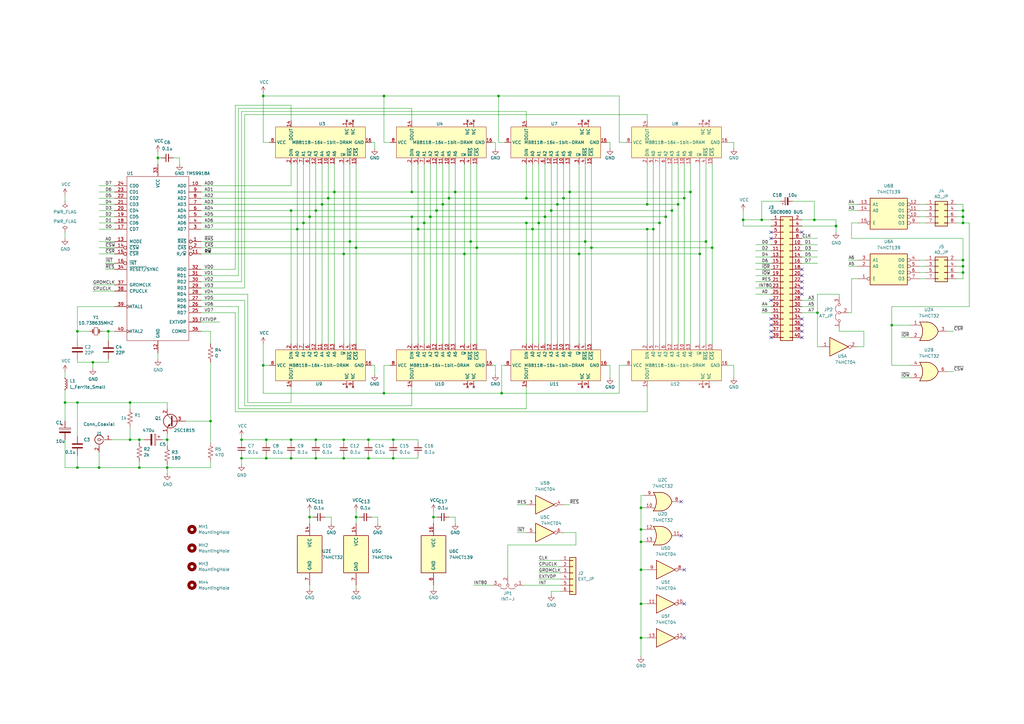
<source format=kicad_sch>
(kicad_sch (version 20230121) (generator eeschema)
  (paper "A3")
  (title_block (title "TMS9918A ビデオボード 単一電源DRAM版") (date "2023-12-23") (rev "1") (company "KUNI-NET"))
  (lib_symbols
    (symbol "74xx:74LS04"
      (property "Reference" "U" (at 0 1.27 0))
      (property "Value" "74LS04" (at 0 -1.27 0))
      (symbol "74LS04_1_0"
        (pin input line (at -7.62 0 0) (length 3.81) (name "~") (number "1"))
        (pin output inverted (at 7.62 0 180) (length 3.81) (name "~") (number "2"))
      )
      (symbol "74LS04_2_0"
        (pin input line (at -7.62 0 0) (length 3.81) (name "~") (number "3"))
        (pin output inverted (at 7.62 0 180) (length 3.81) (name "~") (number "4"))
      )
      (symbol "74LS04_3_0"
        (pin input line (at -7.62 0 0) (length 3.81) (name "~") (number "5"))
        (pin output inverted (at 7.62 0 180) (length 3.81) (name "~") (number "6"))
      )
      (symbol "74LS04_4_0"
        (pin output inverted (at 7.62 0 180) (length 3.81) (name "~") (number "8"))
        (pin input line (at -7.62 0 0) (length 3.81) (name "~") (number "9"))
      )
      (symbol "74LS04_5_0"
        (pin output inverted (at 7.62 0 180) (length 3.81) (name "~") (number "10"))
        (pin input line (at -7.62 0 0) (length 3.81) (name "~") (number "11"))
      )
      (symbol "74LS04_6_0"
        (pin output inverted (at 7.62 0 180) (length 3.81) (name "~") (number "12"))
        (pin input line (at -7.62 0 0) (length 3.81) (name "~") (number "13"))
      )
      (symbol "74LS04_7_0"
        (pin power_in line (at 0 12.7 270) (length 5.08) (name "VCC") (number "14"))
        (pin power_in line (at 0 -12.7 90) (length 5.08) (name "GND") (number "7"))
      )
    )
    (symbol "74xx:74LS139" (pin_names (offset 1.016))
      (property "Reference" "U" (at -7.62 8.89 0))
      (property "Value" "74LS139" (at -7.62 -8.89 0))
      (symbol "74LS139_1_0"
        (pin input inverted (at -12.7 -5.08 0) (length 5.08) (name "E") (number "1"))
        (pin input line (at -12.7 0 0) (length 5.08) (name "A0") (number "2"))
        (pin input line (at -12.7 2.54 0) (length 5.08) (name "A1") (number "3"))
        (pin output inverted (at 12.7 2.54 180) (length 5.08) (name "O0") (number "4"))
        (pin output inverted (at 12.7 0 180) (length 5.08) (name "O1") (number "5"))
        (pin output inverted (at 12.7 -2.54 180) (length 5.08) (name "O2") (number "6"))
        (pin output inverted (at 12.7 -5.08 180) (length 5.08) (name "O3") (number "7"))
      )
      (symbol "74LS139_2_0"
        (pin output inverted (at 12.7 -2.54 180) (length 5.08) (name "O2") (number "10"))
        (pin output inverted (at 12.7 0 180) (length 5.08) (name "O1") (number "11"))
        (pin output inverted (at 12.7 2.54 180) (length 5.08) (name "O0") (number "12"))
        (pin input line (at -12.7 2.54 0) (length 5.08) (name "A1") (number "13"))
        (pin input line (at -12.7 0 0) (length 5.08) (name "A0") (number "14"))
        (pin input inverted (at -12.7 -5.08 0) (length 5.08) (name "E") (number "15"))
        (pin output inverted (at 12.7 -5.08 180) (length 5.08) (name "O3") (number "9"))
      )
      (symbol "74LS139_3_0"
        (pin power_in line (at 0 12.7 270) (length 5.08) (name "VCC") (number "16"))
        (pin power_in line (at 0 -12.7 90) (length 5.08) (name "GND") (number "8"))
      )
    )
    (symbol "74xx:74LS32" (pin_names (offset 1.016))
      (property "Reference" "U" (at 0 1.27 0))
      (property "Value" "74LS32" (at 0 -1.27 0))
      (symbol "74LS32_1_1"
        (pin input line (at -7.62 2.54 0) (length 4.318) (name "~") (number "1"))
        (pin input line (at -7.62 -2.54 0) (length 4.318) (name "~") (number "2"))
        (pin output line (at 7.62 0 180) (length 3.81) (name "~") (number "3"))
      )
      (symbol "74LS32_1_2"
        (pin input inverted (at -7.62 2.54 0) (length 3.81) (name "~") (number "1"))
        (pin input inverted (at -7.62 -2.54 0) (length 3.81) (name "~") (number "2"))
        (pin output inverted (at 7.62 0 180) (length 3.81) (name "~") (number "3"))
      )
      (symbol "74LS32_2_1"
        (pin input line (at -7.62 2.54 0) (length 4.318) (name "~") (number "4"))
        (pin input line (at -7.62 -2.54 0) (length 4.318) (name "~") (number "5"))
        (pin output line (at 7.62 0 180) (length 3.81) (name "~") (number "6"))
      )
      (symbol "74LS32_2_2"
        (pin input inverted (at -7.62 2.54 0) (length 3.81) (name "~") (number "4"))
        (pin input inverted (at -7.62 -2.54 0) (length 3.81) (name "~") (number "5"))
        (pin output inverted (at 7.62 0 180) (length 3.81) (name "~") (number "6"))
      )
      (symbol "74LS32_3_1"
        (pin input line (at -7.62 -2.54 0) (length 4.318) (name "~") (number "10"))
        (pin output line (at 7.62 0 180) (length 3.81) (name "~") (number "8"))
        (pin input line (at -7.62 2.54 0) (length 4.318) (name "~") (number "9"))
      )
      (symbol "74LS32_3_2"
        (pin input inverted (at -7.62 -2.54 0) (length 3.81) (name "~") (number "10"))
        (pin output inverted (at 7.62 0 180) (length 3.81) (name "~") (number "8"))
        (pin input inverted (at -7.62 2.54 0) (length 3.81) (name "~") (number "9"))
      )
      (symbol "74LS32_4_1"
        (pin output line (at 7.62 0 180) (length 3.81) (name "~") (number "11"))
        (pin input line (at -7.62 2.54 0) (length 4.318) (name "~") (number "12"))
        (pin input line (at -7.62 -2.54 0) (length 4.318) (name "~") (number "13"))
      )
      (symbol "74LS32_4_2"
        (pin output inverted (at 7.62 0 180) (length 3.81) (name "~") (number "11"))
        (pin input inverted (at -7.62 2.54 0) (length 3.81) (name "~") (number "12"))
        (pin input inverted (at -7.62 -2.54 0) (length 3.81) (name "~") (number "13"))
      )
      (symbol "74LS32_5_0"
        (pin power_in line (at 0 12.7 270) (length 5.08) (name "VCC") (number "14"))
        (pin power_in line (at 0 -12.7 90) (length 5.08) (name "GND") (number "7"))
      )
    )
    (symbol "Connector:Conn_Coaxial" (pin_names (offset 1.016) hide)
      (property "Reference" "J" (at 0.254 3.048 0))
      (property "Value" "Conn_Coaxial" (at 2.921 0 90))
      (symbol "Conn_Coaxial_1_1"
        (pin passive line (at -5.08 0 0) (length 2.54) (name "In") (number "1"))
        (pin passive line (at 0 -5.08 90) (length 2.54) (name "Ext") (number "2"))
      )
    )
    (symbol "Connector_Generic:Conn_01x06" (pin_names (offset 1.016) hide)
      (property "Reference" "J" (at 0 7.62 0))
      (property "Value" "Conn_01x06" (at 0 -10.16 0))
      (symbol "Conn_01x06_1_1"
        (pin passive line (at -5.08 5.08 0) (length 3.81) (name "Pin_1") (number "1"))
        (pin passive line (at -5.08 2.54 0) (length 3.81) (name "Pin_2") (number "2"))
        (pin passive line (at -5.08 0 0) (length 3.81) (name "Pin_3") (number "3"))
        (pin passive line (at -5.08 -2.54 0) (length 3.81) (name "Pin_4") (number "4"))
        (pin passive line (at -5.08 -5.08 0) (length 3.81) (name "Pin_5") (number "5"))
        (pin passive line (at -5.08 -7.62 0) (length 3.81) (name "Pin_6") (number "6"))
      )
    )
    (symbol "Connector_Generic:Conn_02x04_Odd_Even" (pin_names (offset 1.016) hide)
      (property "Reference" "J" (at 1.27 5.08 0))
      (property "Value" "Conn_02x04_Odd_Even" (at 1.27 -7.62 0))
      (symbol "Conn_02x04_Odd_Even_1_1"
        (pin passive line (at -5.08 2.54 0) (length 3.81) (name "Pin_1") (number "1"))
        (pin passive line (at 7.62 2.54 180) (length 3.81) (name "Pin_2") (number "2"))
        (pin passive line (at -5.08 0 0) (length 3.81) (name "Pin_3") (number "3"))
        (pin passive line (at 7.62 0 180) (length 3.81) (name "Pin_4") (number "4"))
        (pin passive line (at -5.08 -2.54 0) (length 3.81) (name "Pin_5") (number "5"))
        (pin passive line (at 7.62 -2.54 180) (length 3.81) (name "Pin_6") (number "6"))
        (pin passive line (at -5.08 -5.08 0) (length 3.81) (name "Pin_7") (number "7"))
        (pin passive line (at 7.62 -5.08 180) (length 3.81) (name "Pin_8") (number "8"))
      )
    )
    (symbol "Connector_Generic:Conn_02x20_Odd_Even" (pin_names (offset 1.016) hide)
      (property "Reference" "J" (at 1.27 25.4 0))
      (property "Value" "Conn_02x20_Odd_Even" (at 1.27 -27.94 0))
      (symbol "Conn_02x20_Odd_Even_1_1"
        (pin passive line (at -5.08 22.86 0) (length 3.81) (name "Pin_1") (number "1"))
        (pin passive line (at 7.62 12.7 180) (length 3.81) (name "Pin_10") (number "10"))
        (pin passive line (at -5.08 10.16 0) (length 3.81) (name "Pin_11") (number "11"))
        (pin passive line (at 7.62 10.16 180) (length 3.81) (name "Pin_12") (number "12"))
        (pin passive line (at -5.08 7.62 0) (length 3.81) (name "Pin_13") (number "13"))
        (pin passive line (at 7.62 7.62 180) (length 3.81) (name "Pin_14") (number "14"))
        (pin passive line (at -5.08 5.08 0) (length 3.81) (name "Pin_15") (number "15"))
        (pin passive line (at 7.62 5.08 180) (length 3.81) (name "Pin_16") (number "16"))
        (pin passive line (at -5.08 2.54 0) (length 3.81) (name "Pin_17") (number "17"))
        (pin passive line (at 7.62 2.54 180) (length 3.81) (name "Pin_18") (number "18"))
        (pin passive line (at -5.08 0 0) (length 3.81) (name "Pin_19") (number "19"))
        (pin passive line (at 7.62 22.86 180) (length 3.81) (name "Pin_2") (number "2"))
        (pin passive line (at 7.62 0 180) (length 3.81) (name "Pin_20") (number "20"))
        (pin passive line (at -5.08 -2.54 0) (length 3.81) (name "Pin_21") (number "21"))
        (pin passive line (at 7.62 -2.54 180) (length 3.81) (name "Pin_22") (number "22"))
        (pin passive line (at -5.08 -5.08 0) (length 3.81) (name "Pin_23") (number "23"))
        (pin passive line (at 7.62 -5.08 180) (length 3.81) (name "Pin_24") (number "24"))
        (pin passive line (at -5.08 -7.62 0) (length 3.81) (name "Pin_25") (number "25"))
        (pin passive line (at 7.62 -7.62 180) (length 3.81) (name "Pin_26") (number "26"))
        (pin passive line (at -5.08 -10.16 0) (length 3.81) (name "Pin_27") (number "27"))
        (pin passive line (at 7.62 -10.16 180) (length 3.81) (name "Pin_28") (number "28"))
        (pin passive line (at -5.08 -12.7 0) (length 3.81) (name "Pin_29") (number "29"))
        (pin passive line (at -5.08 20.32 0) (length 3.81) (name "Pin_3") (number "3"))
        (pin passive line (at 7.62 -12.7 180) (length 3.81) (name "Pin_30") (number "30"))
        (pin passive line (at -5.08 -15.24 0) (length 3.81) (name "Pin_31") (number "31"))
        (pin passive line (at 7.62 -15.24 180) (length 3.81) (name "Pin_32") (number "32"))
        (pin passive line (at -5.08 -17.78 0) (length 3.81) (name "Pin_33") (number "33"))
        (pin passive line (at 7.62 -17.78 180) (length 3.81) (name "Pin_34") (number "34"))
        (pin passive line (at -5.08 -20.32 0) (length 3.81) (name "Pin_35") (number "35"))
        (pin passive line (at 7.62 -20.32 180) (length 3.81) (name "Pin_36") (number "36"))
        (pin passive line (at -5.08 -22.86 0) (length 3.81) (name "Pin_37") (number "37"))
        (pin passive line (at 7.62 -22.86 180) (length 3.81) (name "Pin_38") (number "38"))
        (pin passive line (at -5.08 -25.4 0) (length 3.81) (name "Pin_39") (number "39"))
        (pin passive line (at 7.62 20.32 180) (length 3.81) (name "Pin_4") (number "4"))
        (pin passive line (at 7.62 -25.4 180) (length 3.81) (name "Pin_40") (number "40"))
        (pin passive line (at -5.08 17.78 0) (length 3.81) (name "Pin_5") (number "5"))
        (pin passive line (at 7.62 17.78 180) (length 3.81) (name "Pin_6") (number "6"))
        (pin passive line (at -5.08 15.24 0) (length 3.81) (name "Pin_7") (number "7"))
        (pin passive line (at 7.62 15.24 180) (length 3.81) (name "Pin_8") (number "8"))
        (pin passive line (at -5.08 12.7 0) (length 3.81) (name "Pin_9") (number "9"))
      )
    )
    (symbol "DRAM:MB8118-16k-1bit-DRAM"
      (property "Reference" "U" (at 3.81 20.32 0))
      (property "Value" "MB8118-16k-1bit-DRAM" (at 12.7 -19.05 0))
      (symbol "MB8118-16k-1bit-DRAM_1_1"
        (pin no_connect line (at 8.89 -10.16 180) (length 2.54) (name "NC") (number "1"))
        (pin input line (at -8.89 -2.54 0) (length 2.54) (name "A5") (number "10"))
        (pin input line (at -8.89 0 0) (length 2.54) (name "A4") (number "11"))
        (pin input line (at -8.89 2.54 0) (length 2.54) (name "A3") (number "12"))
        (pin input line (at -8.89 -5.08 0) (length 2.54) (name "A6") (number "13"))
        (pin output line (at 8.89 12.7 180) (length 2.54) (name "DOUT") (number "14"))
        (pin input line (at -8.89 -13.97 0) (length 2.54) (name "~{CAS}") (number "15"))
        (pin power_in line (at 0 -20.32 90) (length 2.54) (name "GND") (number "16"))
        (pin input line (at -8.89 12.7 0) (length 2.54) (name "DIN") (number "2"))
        (pin input line (at -8.89 -8.89 0) (length 2.54) (name "~{W}") (number "3"))
        (pin input line (at -8.89 -11.43 0) (length 2.54) (name "~{RAS}") (number "4"))
        (pin input line (at -8.89 10.16 0) (length 2.54) (name "A0") (number "5"))
        (pin input line (at -8.89 5.08 0) (length 2.54) (name "A2") (number "6"))
        (pin input line (at -8.89 7.62 0) (length 2.54) (name "A1") (number "7"))
        (pin power_in line (at 0 21.59 270) (length 2.54) (name "VCC") (number "8"))
        (pin no_connect line (at 8.89 -12.7 180) (length 2.54) (name "NC") (number "9"))
      )
    )
    (symbol "Device:C" (pin_numbers hide) (pin_names (offset 0.254))
      (property "Reference" "C" (at 0.635 2.54 0))
      (property "Value" "C" (at 0.635 -2.54 0))
      (symbol "C_1_1"
        (pin passive line (at 0 3.81 270) (length 2.794) (name "~") (number "1"))
        (pin passive line (at 0 -3.81 90) (length 2.794) (name "~") (number "2"))
      )
    )
    (symbol "Device:C_Polarized" (pin_numbers hide) (pin_names (offset 0.254))
      (property "Reference" "C" (at 0.635 2.54 0))
      (property "Value" "C_Polarized" (at 0.635 -2.54 0))
      (symbol "C_Polarized_1_1"
        (pin passive line (at 0 3.81 270) (length 2.794) (name "~") (number "1"))
        (pin passive line (at 0 -3.81 90) (length 2.794) (name "~") (number "2"))
      )
    )
    (symbol "Device:C_Polarized_Small" (pin_numbers hide) (pin_names (offset 0.254) hide)
      (property "Reference" "C" (at 0.254 1.778 0))
      (property "Value" "C_Polarized_Small" (at 0.254 -2.032 0))
      (symbol "C_Polarized_Small_1_1"
        (pin passive line (at 0 2.54 270) (length 1.8542) (name "~") (number "1"))
        (pin passive line (at 0 -2.54 90) (length 1.8542) (name "~") (number "2"))
      )
    )
    (symbol "Device:C_Small" (pin_numbers hide) (pin_names (offset 0.254) hide)
      (property "Reference" "C" (at 0.254 1.778 0))
      (property "Value" "C_Small" (at 0.254 -2.032 0))
      (symbol "C_Small_1_1"
        (pin passive line (at 0 2.54 270) (length 2.032) (name "~") (number "1"))
        (pin passive line (at 0 -2.54 90) (length 2.032) (name "~") (number "2"))
      )
    )
    (symbol "Device:Crystal_Small" (pin_numbers hide) (pin_names (offset 1.016) hide)
      (property "Reference" "Y" (at 0 2.54 0))
      (property "Value" "Crystal_Small" (at 0 -2.54 0))
      (symbol "Crystal_Small_1_1"
        (pin passive line (at -2.54 0 0) (length 1.27) (name "1") (number "1"))
        (pin passive line (at 2.54 0 180) (length 1.27) (name "2") (number "2"))
      )
    )
    (symbol "Device:L_Ferrite_Small" (pin_numbers hide) (pin_names (offset 0.254) hide)
      (property "Reference" "L" (at 1.27 1.016 0))
      (property "Value" "L_Ferrite_Small" (at 1.27 -1.27 0))
      (symbol "L_Ferrite_Small_1_1"
        (pin passive line (at 0 2.54 270) (length 0.508) (name "~") (number "1"))
        (pin passive line (at 0 -2.54 90) (length 0.508) (name "~") (number "2"))
      )
    )
    (symbol "Device:R_US" (pin_numbers hide) (pin_names (offset 0))
      (property "Reference" "R" (at 2.54 0 90))
      (property "Value" "R_US" (at -2.54 0 90))
      (symbol "R_US_1_1"
        (pin passive line (at 0 3.81 270) (length 1.27) (name "~") (number "1"))
        (pin passive line (at 0 -3.81 90) (length 1.27) (name "~") (number "2"))
      )
    )
    (symbol "Jumper:Jumper_3_Open" (pin_names (offset 0) hide)
      (property "Reference" "JP" (at -2.54 -2.54 0))
      (property "Value" "Jumper_3_Open" (at 0 2.794 0))
      (symbol "Jumper_3_Open_1_1"
        (pin passive line (at -6.35 0 0) (length 2.54) (name "A") (number "1"))
        (pin passive line (at 0 -3.81 90) (length 2.54) (name "C") (number "2"))
        (pin passive line (at 6.35 0 180) (length 2.54) (name "B") (number "3"))
      )
    )
    (symbol "Mechanical:MountingHole" (pin_names (offset 1.016))
      (property "Reference" "H" (at 0 5.08 0))
      (property "Value" "MountingHole" (at 0 3.175 0))
    )
    (symbol "TMS9918A:TMS9918A" (pin_names (offset 1.016))
      (property "Reference" "U" (at -11.43 36.83 0))
      (property "Value" "TMS9918A" (at 8.89 -33.02 0))
      (symbol "TMS9918A_1_1"
        (pin passive inverted (at 17.78 8.89 180) (length 5.0038) (name "~{RAS}") (number "1"))
        (pin bidirectional line (at 17.78 31.75 180) (length 5.0038) (name "AD0") (number "10"))
        (pin output inverted (at 17.78 3.81 180) (length 5.0038) (name "R/~{W}") (number "11"))
        (pin power_in line (at 0 -36.83 90) (length 5.0038) (name "GND") (number "12"))
        (pin bidirectional line (at -17.78 8.89 0) (length 5.0038) (name "MODE") (number "13"))
        (pin input inverted (at -17.78 6.35 0) (length 5.0038) (name "~{CSW}") (number "14"))
        (pin input inverted (at -17.78 3.81 0) (length 5.0038) (name "~{CSR}") (number "15"))
        (pin output inverted (at -17.78 0 0) (length 5.0038) (name "~{INT}") (number "16"))
        (pin bidirectional line (at -17.78 13.97 0) (length 5.0038) (name "CD7") (number "17"))
        (pin bidirectional line (at -17.78 16.51 0) (length 5.0038) (name "CD6") (number "18"))
        (pin bidirectional line (at -17.78 19.05 0) (length 5.0038) (name "CD5") (number "19"))
        (pin passive inverted (at 17.78 6.35 180) (length 5.0038) (name "~{CAS}") (number "2"))
        (pin bidirectional line (at -17.78 21.59 0) (length 5.0038) (name "CD4") (number "20"))
        (pin bidirectional line (at -17.78 24.13 0) (length 5.0038) (name "CD3") (number "21"))
        (pin bidirectional line (at -17.78 26.67 0) (length 5.0038) (name "CD2") (number "22"))
        (pin bidirectional line (at -17.78 29.21 0) (length 5.0038) (name "CD1") (number "23"))
        (pin bidirectional line (at -17.78 31.75 0) (length 5.0038) (name "CD0") (number "24"))
        (pin bidirectional line (at 17.78 -20.32 180) (length 5.0038) (name "RD7") (number "25"))
        (pin bidirectional line (at 17.78 -17.78 180) (length 5.0038) (name "RD6") (number "26"))
        (pin bidirectional line (at 17.78 -15.24 180) (length 5.0038) (name "RD5") (number "27"))
        (pin bidirectional line (at 17.78 -12.7 180) (length 5.0038) (name "RD4") (number "28"))
        (pin bidirectional line (at 17.78 -10.16 180) (length 5.0038) (name "RD3") (number "29"))
        (pin bidirectional line (at 17.78 13.97 180) (length 5.0038) (name "AD7") (number "3"))
        (pin bidirectional line (at 17.78 -7.62 180) (length 5.0038) (name "RD2") (number "30"))
        (pin bidirectional line (at 17.78 -5.08 180) (length 5.0038) (name "RD1") (number "31"))
        (pin bidirectional line (at 17.78 -2.54 180) (length 5.0038) (name "RD0") (number "32"))
        (pin power_in line (at 0 40.64 270) (length 5.0038) (name "VCC") (number "33"))
        (pin input line (at -17.78 -2.54 0) (length 5.0038) (name "~{RESET/}SYNC") (number "34"))
        (pin bidirectional line (at 17.78 -24.13 180) (length 5.0038) (name "EXTVDP") (number "35"))
        (pin bidirectional line (at 17.78 -27.94 180) (length 5.0038) (name "COMID") (number "36"))
        (pin output line (at -17.78 -8.89 0) (length 5.0038) (name "GROMCLK") (number "37"))
        (pin output line (at -17.78 -11.43 0) (length 5.0038) (name "CPUCLK") (number "38"))
        (pin input clock (at -17.78 -17.78 0) (length 5.0038) (name "XTAL1") (number "39"))
        (pin bidirectional line (at 17.78 16.51 180) (length 5.0038) (name "AD6") (number "4"))
        (pin input clock (at -17.78 -27.94 0) (length 5.0038) (name "XTAL2") (number "40"))
        (pin bidirectional line (at 17.78 19.05 180) (length 5.0038) (name "AD5") (number "5"))
        (pin bidirectional line (at 17.78 21.59 180) (length 5.0038) (name "AD4") (number "6"))
        (pin bidirectional line (at 17.78 24.13 180) (length 5.0038) (name "AD3") (number "7"))
        (pin bidirectional line (at 17.78 26.67 180) (length 5.0038) (name "AD2") (number "8"))
        (pin bidirectional line (at 17.78 29.21 180) (length 5.0038) (name "AD1") (number "9"))
      )
    )
    (symbol "Transistor_BJT:2SC1815" (pin_names (offset 0) hide)
      (property "Reference" "Q" (at 5.08 1.905 0))
      (property "Value" "2SC1815" (at 5.08 0 0))
      (symbol "2SC1815_1_1"
        (pin passive line (at 2.54 -5.08 90) (length 2.54) (name "E") (number "1"))
        (pin passive line (at 2.54 5.08 270) (length 2.54) (name "C") (number "2"))
        (pin input line (at -5.08 0 0) (length 5.08) (name "B") (number "3"))
      )
    )
    (symbol "power:GND" (power) (pin_names (offset 0))
      (property "Value" "GND" (at 0 -3.81 0))
      (symbol "GND_1_1"
        (pin power_in line (at 0 0 270) (length 0) hide (name "GND") (number "1"))
      )
    )
    (symbol "power:PWR_FLAG" (power) (pin_numbers hide) (pin_names (offset 0) hide)
      (property "Value" "PWR_FLAG" (at 0 3.81 0))
      (symbol "PWR_FLAG_0_0"
        (pin power_out line (at 0 0 90) (length 0) (name "pwr") (number "1"))
      )
    )
    (symbol "power:VCC" (power) (pin_names (offset 0))
      (property "Value" "VCC" (at 0 3.81 0))
      (symbol "VCC_1_1"
        (pin power_in line (at 0 0 90) (length 0) hide (name "VCC") (number "1"))
      )
    )
  )
  (junction (at 394.97 111.76))
  (junction (at 394.97 109.22))
  (junction (at 143.51 99.06))
  (junction (at 233.68 78.74))
  (junction (at 38.1 148.59))
  (junction (at 177.8 212.09))
  (junction (at 171.45 93.98))
  (junction (at 215.9 81.28))
  (junction (at 168.91 88.9))
  (junction (at 304.8 90.17))
  (junction (at 267.97 93.98))
  (junction (at 119.38 180.34))
  (junction (at 129.54 86.36))
  (junction (at 107.95 39.37))
  (junction (at 68.58 180.34))
  (junction (at 287.02 104.14))
  (junction (at 53.34 165.1))
  (junction (at 119.38 86.36))
  (junction (at 262.89 208.28))
  (junction (at 283.21 78.74))
  (junction (at 186.69 78.74))
  (junction (at 240.03 99.06))
  (junction (at 181.61 83.82))
  (junction (at 129.54 180.34))
  (junction (at 64.77 64.77))
  (junction (at 335.28 128.27))
  (junction (at 134.62 81.28))
  (junction (at 190.5 104.14))
  (junction (at 262.89 222.25))
  (junction (at 140.97 104.14))
  (junction (at 342.9 92.71))
  (junction (at 31.75 191.77))
  (junction (at 289.56 99.06))
  (junction (at 137.16 78.74))
  (junction (at 242.57 101.6))
  (junction (at 121.92 93.98))
  (junction (at 99.06 180.34))
  (junction (at 273.05 88.9))
  (junction (at 44.45 135.89))
  (junction (at 262.89 233.68))
  (junction (at 394.97 91.44))
  (junction (at 270.51 91.44))
  (junction (at 262.89 217.17))
  (junction (at 99.06 187.96))
  (junction (at 334.01 90.17))
  (junction (at 57.15 191.77))
  (junction (at 157.48 161.29))
  (junction (at 140.97 180.34))
  (junction (at 107.95 149.86))
  (junction (at 223.52 88.9))
  (junction (at 176.53 88.9))
  (junction (at 215.9 91.44))
  (junction (at 53.34 180.34))
  (junction (at 151.13 187.96))
  (junction (at 195.58 101.6))
  (junction (at 40.64 191.77))
  (junction (at 365.76 133.35))
  (junction (at 146.05 212.09))
  (junction (at 168.91 78.74))
  (junction (at 262.89 261.62))
  (junction (at 31.75 165.1))
  (junction (at 228.6 83.82))
  (junction (at 151.13 180.34))
  (junction (at 161.29 187.96))
  (junction (at 237.49 104.14))
  (junction (at 157.48 39.37))
  (junction (at 173.99 91.44))
  (junction (at 184.15 81.28))
  (junction (at 109.22 180.34))
  (junction (at 31.75 135.89))
  (junction (at 394.97 86.36))
  (junction (at 132.08 83.82))
  (junction (at 161.29 180.34))
  (junction (at 179.07 86.36))
  (junction (at 394.97 88.9))
  (junction (at 119.38 187.96))
  (junction (at 124.46 91.44))
  (junction (at 140.97 187.96))
  (junction (at 204.47 39.37))
  (junction (at 280.67 81.28))
  (junction (at 68.58 191.77))
  (junction (at 127 88.9))
  (junction (at 226.06 86.36))
  (junction (at 394.97 106.68))
  (junction (at 265.43 83.82))
  (junction (at 205.74 161.29))
  (junction (at 262.89 247.65))
  (junction (at 109.22 187.96))
  (junction (at 278.13 83.82))
  (junction (at 193.04 99.06))
  (junction (at 275.59 86.36))
  (junction (at 57.15 180.34))
  (junction (at 292.1 101.6))
  (junction (at 265.43 93.98))
  (junction (at 220.98 91.44))
  (junction (at 86.36 172.72))
  (junction (at 127 212.09))
  (junction (at 231.14 81.28))
  (junction (at 26.67 165.1))
  (junction (at 129.54 187.96))
  (junction (at 312.42 90.17))
  (junction (at 146.05 101.6))
  (junction (at 218.44 93.98))
  (no_connect (at 280.67 261.62))
  (no_connect (at 328.93 130.81))
  (no_connect (at 328.93 113.03))
  (no_connect (at 316.23 95.25))
  (no_connect (at 328.93 115.57))
  (no_connect (at 316.23 138.43))
  (no_connect (at 328.93 95.25))
  (no_connect (at 280.67 233.68))
  (no_connect (at 328.93 120.65))
  (no_connect (at 328.93 118.11))
  (no_connect (at 328.93 138.43))
  (no_connect (at 328.93 133.35))
  (no_connect (at 316.23 135.89))
  (no_connect (at 328.93 135.89))
  (no_connect (at 316.23 97.79))
  (no_connect (at 316.23 133.35))
  (no_connect (at 316.23 130.81))
  (no_connect (at 280.67 247.65))
  (no_connect (at 279.4 219.71))
  (no_connect (at 279.4 205.74))
  (no_connect (at 328.93 110.49))
  (no_connect (at 316.23 123.19))
  (wire (pts (xy 237.49 104.14) (xy 237.49 140.97)))
  (wire (pts (xy 46.99 101.6) (xy 40.64 101.6)))
  (wire (pts (xy 394.97 97.79) (xy 349.25 97.79)))
  (wire (pts (xy 153.67 149.86) (xy 153.67 153.67)))
  (wire (pts (xy 233.68 67.31) (xy 233.68 78.74)))
  (wire (pts (xy 168.91 44.45) (xy 168.91 49.53)))
  (wire (pts (xy 392.43 86.36) (xy 394.97 86.36)))
  (wire (pts (xy 220.98 67.31) (xy 220.98 91.44)))
  (wire (pts (xy 397.51 91.44) (xy 397.51 125.73)))
  (wire (pts (xy 66.675 180.34) (xy 68.58 180.34)))
  (wire (pts (xy 250.19 58.42) (xy 250.19 60.96)))
  (wire (pts (xy 292.1 67.31) (xy 292.1 101.6)))
  (wire (pts (xy 119.38 180.34) (xy 119.38 181.61)))
  (wire (pts (xy 82.55 81.28) (xy 134.62 81.28)))
  (wire (pts (xy 328.93 100.33) (xy 335.28 100.33)))
  (wire (pts (xy 312.42 90.17) (xy 312.42 82.55)))
  (wire (pts (xy 71.12 64.77) (xy 73.66 64.77)))
  (wire (pts (xy 265.43 83.82) (xy 278.13 83.82)))
  (wire (pts (xy 377.19 114.3) (xy 379.73 114.3)))
  (wire (pts (xy 127 212.09) (xy 127 214.63)))
  (wire (pts (xy 392.43 111.76) (xy 394.97 111.76)))
  (wire (pts (xy 394.97 91.44) (xy 397.51 91.44)))
  (wire (pts (xy 342.9 92.71) (xy 342.9 95.25)))
  (wire (pts (xy 26.67 165.1) (xy 31.75 165.1)))
  (wire (pts (xy 334.01 82.55) (xy 334.01 90.17)))
  (wire (pts (xy 68.58 165.1) (xy 68.58 167.64)))
  (wire (pts (xy 262.89 203.2) (xy 264.16 203.2)))
  (wire (pts (xy 31.75 148.59) (xy 38.1 148.59)))
  (wire (pts (xy 82.55 120.65) (xy 101.6 120.65)))
  (wire (pts (xy 392.43 83.82) (xy 394.97 83.82)))
  (wire (pts (xy 377.19 83.82) (xy 379.73 83.82)))
  (wire (pts (xy 46.99 91.44) (xy 40.64 91.44)))
  (wire (pts (xy 143.51 99.06) (xy 193.04 99.06)))
  (wire (pts (xy 157.48 39.37) (xy 157.48 58.42)))
  (wire (pts (xy 242.57 67.31) (xy 242.57 101.6)))
  (wire (pts (xy 127 67.31) (xy 127 88.9)))
  (wire (pts (xy 392.43 88.9) (xy 394.97 88.9)))
  (wire (pts (xy 137.16 67.31) (xy 137.16 78.74)))
  (wire (pts (xy 82.55 86.36) (xy 119.38 86.36)))
  (wire (pts (xy 82.55 83.82) (xy 132.08 83.82)))
  (wire (pts (xy 334.01 90.17) (xy 342.9 90.17)))
  (wire (pts (xy 262.89 261.62) (xy 262.89 247.65)))
  (wire (pts (xy 86.36 135.89) (xy 86.36 140.97)))
  (wire (pts (xy 275.59 86.36) (xy 275.59 67.31)))
  (wire (pts (xy 231.14 218.44) (xy 236.22 218.44)))
  (wire (pts (xy 146.05 212.09) (xy 147.32 212.09)))
  (wire (pts (xy 143.51 67.31) (xy 143.51 99.06)))
  (wire (pts (xy 140.97 104.14) (xy 140.97 140.97)))
  (wire (pts (xy 46.99 88.9) (xy 40.64 88.9)))
  (wire (pts (xy 335.28 128.27) (xy 335.28 120.65)))
  (wire (pts (xy 26.67 191.77) (xy 31.75 191.77)))
  (wire (pts (xy 119.38 186.69) (xy 119.38 187.96)))
  (wire (pts (xy 134.62 81.28) (xy 184.15 81.28)))
  (wire (pts (xy 46.99 119.38) (xy 38.1 119.38)))
  (wire (pts (xy 335.28 142.24) (xy 336.55 142.24)))
  (wire (pts (xy 328.93 102.87) (xy 335.28 102.87)))
  (wire (pts (xy 208.28 223.52) (xy 236.22 223.52)))
  (wire (pts (xy 107.95 38.1) (xy 107.95 39.37)))
  (wire (pts (xy 218.44 93.98) (xy 218.44 140.97)))
  (wire (pts (xy 26.67 80.01) (xy 26.67 82.55)))
  (wire (pts (xy 334.01 123.19) (xy 328.93 123.19)))
  (wire (pts (xy 151.13 187.96) (xy 161.29 187.96)))
  (wire (pts (xy 335.28 120.65) (xy 344.17 120.65)))
  (wire (pts (xy 119.38 180.34) (xy 129.54 180.34)))
  (wire (pts (xy 204.47 58.42) (xy 207.01 58.42)))
  (wire (pts (xy 64.77 62.23) (xy 64.77 64.77)))
  (wire (pts (xy 99.06 187.96) (xy 109.22 187.96)))
  (wire (pts (xy 267.97 93.98) (xy 267.97 67.31)))
  (wire (pts (xy 177.8 212.09) (xy 177.8 214.63)))
  (wire (pts (xy 312.42 90.17) (xy 304.8 90.17)))
  (wire (pts (xy 377.19 88.9) (xy 379.73 88.9)))
  (wire (pts (xy 129.54 86.36) (xy 179.07 86.36)))
  (wire (pts (xy 248.92 149.86) (xy 250.19 149.86)))
  (wire (pts (xy 129.54 86.36) (xy 129.54 140.97)))
  (wire (pts (xy 273.05 88.9) (xy 273.05 140.97)))
  (wire (pts (xy 179.07 67.31) (xy 179.07 86.36)))
  (wire (pts (xy 57.15 189.23) (xy 57.15 191.77)))
  (wire (pts (xy 53.34 165.1) (xy 68.58 165.1)))
  (wire (pts (xy 316.23 113.03) (xy 309.88 113.03)))
  (wire (pts (xy 152.4 149.86) (xy 153.67 149.86)))
  (wire (pts (xy 394.97 111.76) (xy 394.97 114.3)))
  (wire (pts (xy 214.63 240.03) (xy 229.87 240.03)))
  (wire (pts (xy 97.79 44.45) (xy 168.91 44.45)))
  (wire (pts (xy 377.19 109.22) (xy 379.73 109.22)))
  (wire (pts (xy 134.62 81.28) (xy 134.62 140.97)))
  (wire (pts (xy 377.19 106.68) (xy 379.73 106.68)))
  (wire (pts (xy 96.52 110.49) (xy 96.52 43.18)))
  (wire (pts (xy 351.79 106.68) (xy 347.98 106.68)))
  (wire (pts (xy 223.52 67.31) (xy 223.52 88.9)))
  (wire (pts (xy 171.45 67.31) (xy 171.45 93.98)))
  (wire (pts (xy 82.55 123.19) (xy 100.33 123.19)))
  (wire (pts (xy 349.25 114.3) (xy 349.25 128.27)))
  (wire (pts (xy 181.61 83.82) (xy 181.61 140.97)))
  (wire (pts (xy 231.14 81.28) (xy 280.67 81.28)))
  (wire (pts (xy 127 209.55) (xy 127 212.09)))
  (wire (pts (xy 300.99 58.42) (xy 300.99 60.96)))
  (wire (pts (xy 99.06 180.34) (xy 99.06 181.61)))
  (wire (pts (xy 328.93 105.41) (xy 335.28 105.41)))
  (wire (pts (xy 46.99 93.98) (xy 40.64 93.98)))
  (wire (pts (xy 328.93 128.27) (xy 335.28 128.27)))
  (wire (pts (xy 208.28 223.52) (xy 208.28 236.22)))
  (wire (pts (xy 237.49 104.14) (xy 287.02 104.14)))
  (wire (pts (xy 228.6 67.31) (xy 228.6 83.82)))
  (wire (pts (xy 316.23 105.41) (xy 309.88 105.41)))
  (wire (pts (xy 86.36 148.59) (xy 86.36 172.72)))
  (wire (pts (xy 316.23 107.95) (xy 309.88 107.95)))
  (wire (pts (xy 240.03 67.31) (xy 240.03 99.06)))
  (wire (pts (xy 99.06 186.69) (xy 99.06 187.96)))
  (wire (pts (xy 262.89 261.62) (xy 265.43 261.62)))
  (wire (pts (xy 152.4 212.09) (xy 154.94 212.09)))
  (wire (pts (xy 173.99 140.97) (xy 173.99 91.44)))
  (wire (pts (xy 82.55 128.27) (xy 96.52 128.27)))
  (wire (pts (xy 394.97 109.22) (xy 394.97 111.76)))
  (wire (pts (xy 344.17 135.89) (xy 354.33 135.89)))
  (wire (pts (xy 64.77 64.77) (xy 64.77 67.31)))
  (wire (pts (xy 394.97 106.68) (xy 394.97 109.22)))
  (wire (pts (xy 316.23 120.65) (xy 309.88 120.65)))
  (wire (pts (xy 154.94 212.09) (xy 154.94 214.63)))
  (wire (pts (xy 262.89 208.28) (xy 264.16 208.28)))
  (wire (pts (xy 228.6 83.82) (xy 265.43 83.82)))
  (wire (pts (xy 265.43 49.53) (xy 265.43 46.99)))
  (wire (pts (xy 262.89 222.25) (xy 264.16 222.25)))
  (wire (pts (xy 53.34 175.26) (xy 53.34 180.34)))
  (wire (pts (xy 267.97 93.98) (xy 267.97 140.97)))
  (wire (pts (xy 82.55 99.06) (xy 143.51 99.06)))
  (wire (pts (xy 109.22 187.96) (xy 119.38 187.96)))
  (wire (pts (xy 335.28 128.27) (xy 335.28 142.24)))
  (wire (pts (xy 394.97 106.68) (xy 394.97 97.79)))
  (wire (pts (xy 82.55 76.2) (xy 119.38 76.2)))
  (wire (pts (xy 270.51 91.44) (xy 270.51 67.31)))
  (wire (pts (xy 171.45 93.98) (xy 218.44 93.98)))
  (wire (pts (xy 53.34 167.64) (xy 53.34 165.1)))
  (wire (pts (xy 226.06 67.31) (xy 226.06 86.36)))
  (wire (pts (xy 137.16 78.74) (xy 168.91 78.74)))
  (wire (pts (xy 351.79 114.3) (xy 349.25 114.3)))
  (wire (pts (xy 168.91 88.9) (xy 168.91 140.97)))
  (wire (pts (xy 46.99 86.36) (xy 40.64 86.36)))
  (wire (pts (xy 151.13 180.34) (xy 161.29 180.34)))
  (wire (pts (xy 129.54 67.31) (xy 129.54 86.36)))
  (wire (pts (xy 265.43 67.31) (xy 265.43 83.82)))
  (wire (pts (xy 377.19 86.36) (xy 379.73 86.36)))
  (wire (pts (xy 392.43 109.22) (xy 394.97 109.22)))
  (wire (pts (xy 99.06 180.34) (xy 109.22 180.34)))
  (wire (pts (xy 220.98 91.44) (xy 270.51 91.44)))
  (wire (pts (xy 140.97 180.34) (xy 151.13 180.34)))
  (wire (pts (xy 233.68 78.74) (xy 283.21 78.74)))
  (wire (pts (xy 186.69 78.74) (xy 233.68 78.74)))
  (wire (pts (xy 38.1 148.59) (xy 38.1 151.13)))
  (wire (pts (xy 44.45 148.59) (xy 44.45 147.32)))
  (wire (pts (xy 124.46 91.44) (xy 173.99 91.44)))
  (wire (pts (xy 57.15 180.34) (xy 57.15 181.61)))
  (wire (pts (xy 153.67 58.42) (xy 153.67 60.96)))
  (wire (pts (xy 392.43 106.68) (xy 394.97 106.68)))
  (wire (pts (xy 316.23 100.33) (xy 309.88 100.33)))
  (wire (pts (xy 316.23 102.87) (xy 309.88 102.87)))
  (wire (pts (xy 26.67 165.1) (xy 26.67 172.72)))
  (wire (pts (xy 161.29 186.69) (xy 161.29 187.96)))
  (wire (pts (xy 205.74 161.29) (xy 205.74 149.86)))
  (wire (pts (xy 228.6 83.82) (xy 228.6 140.97)))
  (wire (pts (xy 107.95 161.29) (xy 157.48 161.29)))
  (wire (pts (xy 223.52 88.9) (xy 223.52 140.97)))
  (wire (pts (xy 184.15 81.28) (xy 215.9 81.28)))
  (wire (pts (xy 186.69 212.09) (xy 186.69 214.63)))
  (wire (pts (xy 265.43 93.98) (xy 267.97 93.98)))
  (wire (pts (xy 46.99 104.14) (xy 40.64 104.14)))
  (wire (pts (xy 351.79 109.22) (xy 347.98 109.22)))
  (wire (pts (xy 262.89 247.65) (xy 262.89 233.68)))
  (wire (pts (xy 99.06 187.96) (xy 99.06 190.5)))
  (wire (pts (xy 215.9 158.75) (xy 215.9 167.64)))
  (wire (pts (xy 99.06 45.72) (xy 99.06 115.57)))
  (wire (pts (xy 184.15 81.28) (xy 184.15 140.97)))
  (wire (pts (xy 287.02 104.14) (xy 287.02 140.97)))
  (wire (pts (xy 212.09 207.01) (xy 215.9 207.01)))
  (wire (pts (xy 146.05 212.09) (xy 146.05 214.63)))
  (wire (pts (xy 161.29 180.34) (xy 161.29 181.61)))
  (wire (pts (xy 179.07 86.36) (xy 226.06 86.36)))
  (wire (pts (xy 26.67 95.25) (xy 26.67 97.79)))
  (wire (pts (xy 53.34 180.34) (xy 57.15 180.34)))
  (wire (pts (xy 36.83 135.89) (xy 31.75 135.89)))
  (wire (pts (xy 344.17 134.62) (xy 344.17 135.89)))
  (wire (pts (xy 132.08 67.31) (xy 132.08 83.82)))
  (wire (pts (xy 107.95 39.37) (xy 107.95 58.42)))
  (wire (pts (xy 46.99 83.82) (xy 40.64 83.82)))
  (wire (pts (xy 64.77 64.77) (xy 66.04 64.77)))
  (wire (pts (xy 204.47 39.37) (xy 204.47 58.42)))
  (wire (pts (xy 177.8 240.03) (xy 177.8 241.3)))
  (wire (pts (xy 186.69 78.74) (xy 186.69 140.97)))
  (wire (pts (xy 351.79 83.82) (xy 347.98 83.82)))
  (wire (pts (xy 233.68 78.74) (xy 233.68 140.97)))
  (wire (pts (xy 190.5 104.14) (xy 190.5 140.97)))
  (wire (pts (xy 171.45 93.98) (xy 171.45 140.97)))
  (wire (pts (xy 205.74 149.86) (xy 207.01 149.86)))
  (wire (pts (xy 304.8 86.36) (xy 304.8 90.17)))
  (wire (pts (xy 46.99 76.2) (xy 40.64 76.2)))
  (wire (pts (xy 68.58 191.77) (xy 68.58 194.31)))
  (wire (pts (xy 46.99 99.06) (xy 40.64 99.06)))
  (wire (pts (xy 226.06 242.57) (xy 226.06 243.84)))
  (wire (pts (xy 316.23 125.73) (xy 312.42 125.73)))
  (wire (pts (xy 229.87 234.95) (xy 220.98 234.95)))
  (wire (pts (xy 349.25 128.27) (xy 347.98 128.27)))
  (wire (pts (xy 46.99 116.84) (xy 38.1 116.84)))
  (wire (pts (xy 107.95 149.86) (xy 107.95 161.29)))
  (wire (pts (xy 201.93 58.42) (xy 203.2 58.42)))
  (wire (pts (xy 203.2 58.42) (xy 203.2 60.96)))
  (wire (pts (xy 151.13 180.34) (xy 151.13 181.61)))
  (wire (pts (xy 44.45 135.89) (xy 44.45 139.7)))
  (wire (pts (xy 152.4 58.42) (xy 153.67 58.42)))
  (wire (pts (xy 171.45 187.96) (xy 171.45 186.69)))
  (wire (pts (xy 231.14 67.31) (xy 231.14 81.28)))
  (wire (pts (xy 96.52 43.18) (xy 119.38 43.18)))
  (wire (pts (xy 237.49 104.14) (xy 237.49 67.31)))
  (wire (pts (xy 31.75 147.32) (xy 31.75 148.59)))
  (wire (pts (xy 100.33 46.99) (xy 100.33 118.11)))
  (wire (pts (xy 204.47 39.37) (xy 254 39.37)))
  (wire (pts (xy 127 240.03) (xy 127 241.3)))
  (wire (pts (xy 132.08 83.82) (xy 181.61 83.82)))
  (wire (pts (xy 328.93 90.17) (xy 334.01 90.17)))
  (wire (pts (xy 82.55 91.44) (xy 124.46 91.44)))
  (wire (pts (xy 41.91 135.89) (xy 44.45 135.89)))
  (wire (pts (xy 31.75 125.73) (xy 31.75 135.89)))
  (wire (pts (xy 215.9 218.44) (xy 212.09 218.44)))
  (wire (pts (xy 240.03 99.06) (xy 240.03 140.97)))
  (wire (pts (xy 57.15 191.77) (xy 68.58 191.77)))
  (wire (pts (xy 109.22 180.34) (xy 119.38 180.34)))
  (wire (pts (xy 283.21 78.74) (xy 283.21 140.97)))
  (wire (pts (xy 190.5 104.14) (xy 237.49 104.14)))
  (wire (pts (xy 262.89 217.17) (xy 262.89 208.28)))
  (wire (pts (xy 391.16 152.4) (xy 388.62 152.4)))
  (wire (pts (xy 215.9 67.31) (xy 215.9 81.28)))
  (wire (pts (xy 119.38 165.1) (xy 101.6 165.1)))
  (wire (pts (xy 231.14 81.28) (xy 231.14 140.97)))
  (wire (pts (xy 173.99 91.44) (xy 215.9 91.44)))
  (wire (pts (xy 101.6 165.1) (xy 101.6 120.65)))
  (wire (pts (xy 254 149.86) (xy 256.54 149.86)))
  (wire (pts (xy 184.15 212.09) (xy 186.69 212.09)))
  (wire (pts (xy 31.75 165.1) (xy 53.34 165.1)))
  (wire (pts (xy 190.5 104.14) (xy 190.5 67.31)))
  (wire (pts (xy 86.36 172.72) (xy 76.2 172.72)))
  (wire (pts (xy 195.58 67.31) (xy 195.58 101.6)))
  (wire (pts (xy 57.15 180.34) (xy 59.055 180.34)))
  (wire (pts (xy 119.38 86.36) (xy 129.54 86.36)))
  (wire (pts (xy 226.06 86.36) (xy 226.06 140.97)))
  (wire (pts (xy 242.57 101.6) (xy 292.1 101.6)))
  (wire (pts (xy 233.68 207.01) (xy 231.14 207.01)))
  (wire (pts (xy 127 212.09) (xy 128.27 212.09)))
  (wire (pts (xy 46.99 107.95) (xy 43.18 107.95)))
  (wire (pts (xy 124.46 67.31) (xy 124.46 91.44)))
  (wire (pts (xy 240.03 99.06) (xy 289.56 99.06)))
  (wire (pts (xy 328.93 107.95) (xy 335.28 107.95)))
  (wire (pts (xy 179.07 86.36) (xy 179.07 140.97)))
  (wire (pts (xy 176.53 88.9) (xy 223.52 88.9)))
  (wire (pts (xy 195.58 101.6) (xy 242.57 101.6)))
  (wire (pts (xy 82.55 125.73) (xy 97.79 125.73)))
  (wire (pts (xy 215.9 167.64) (xy 97.79 167.64)))
  (wire (pts (xy 316.23 90.17) (xy 312.42 90.17)))
  (wire (pts (xy 140.97 104.14) (xy 190.5 104.14)))
  (wire (pts (xy 312.42 82.55) (xy 320.04 82.55)))
  (wire (pts (xy 107.95 149.86) (xy 110.49 149.86)))
  (wire (pts (xy 45.72 180.34) (xy 53.34 180.34)))
  (wire (pts (xy 195.58 101.6) (xy 195.58 140.97)))
  (wire (pts (xy 100.33 166.37) (xy 168.91 166.37)))
  (wire (pts (xy 215.9 49.53) (xy 215.9 45.72)))
  (wire (pts (xy 354.33 142.24) (xy 351.79 142.24)))
  (wire (pts (xy 140.97 187.96) (xy 151.13 187.96)))
  (wire (pts (xy 168.91 67.31) (xy 168.91 78.74)))
  (wire (pts (xy 143.51 140.97) (xy 143.51 99.06)))
  (wire (pts (xy 273.05 88.9) (xy 273.05 67.31)))
  (wire (pts (xy 73.66 64.77) (xy 73.66 67.31)))
  (wire (pts (xy 262.89 222.25) (xy 262.89 217.17)))
  (wire (pts (xy 31.75 165.1) (xy 31.75 179.07)))
  (wire (pts (xy 99.06 179.07) (xy 99.06 180.34)))
  (wire (pts (xy 184.15 67.31) (xy 184.15 81.28)))
  (wire (pts (xy 46.99 78.74) (xy 40.64 78.74)))
  (wire (pts (xy 119.38 86.36) (xy 119.38 140.97)))
  (wire (pts (xy 254 161.29) (xy 254 149.86)))
  (wire (pts (xy 181.61 83.82) (xy 228.6 83.82)))
  (wire (pts (xy 298.45 58.42) (xy 300.99 58.42)))
  (wire (pts (xy 304.8 92.71) (xy 316.23 92.71)))
  (wire (pts (xy 177.8 209.55) (xy 177.8 212.09)))
  (wire (pts (xy 349.25 91.44) (xy 351.79 91.44)))
  (wire (pts (xy 394.97 86.36) (xy 394.97 88.9)))
  (wire (pts (xy 68.58 177.8) (xy 68.58 180.34)))
  (wire (pts (xy 394.97 83.82) (xy 394.97 86.36)))
  (wire (pts (xy 254 39.37) (xy 254 58.42)))
  (wire (pts (xy 96.52 128.27) (xy 96.52 168.91)))
  (wire (pts (xy 68.58 180.34) (xy 68.58 182.88)))
  (wire (pts (xy 201.93 240.03) (xy 194.31 240.03)))
  (wire (pts (xy 304.8 90.17) (xy 304.8 92.71)))
  (wire (pts (xy 119.38 187.96) (xy 129.54 187.96)))
  (wire (pts (xy 377.19 91.44) (xy 379.73 91.44)))
  (wire (pts (xy 82.55 104.14) (xy 140.97 104.14)))
  (wire (pts (xy 121.92 67.31) (xy 121.92 93.98)))
  (wire (pts (xy 316.23 115.57) (xy 309.88 115.57)))
  (wire (pts (xy 26.67 180.34) (xy 26.67 191.77)))
  (wire (pts (xy 278.13 83.82) (xy 278.13 140.97)))
  (wire (pts (xy 334.01 125.73) (xy 328.93 125.73)))
  (wire (pts (xy 129.54 186.69) (xy 129.54 187.96)))
  (wire (pts (xy 220.98 91.44) (xy 220.98 140.97)))
  (wire (pts (xy 157.48 161.29) (xy 205.74 161.29)))
  (wire (pts (xy 119.38 43.18) (xy 119.38 49.53)))
  (wire (pts (xy 242.57 101.6) (xy 242.57 140.97)))
  (wire (pts (xy 289.56 99.06) (xy 289.56 67.31)))
  (wire (pts (xy 229.87 229.87) (xy 220.98 229.87)))
  (wire (pts (xy 137.16 78.74) (xy 137.16 140.97)))
  (wire (pts (xy 82.55 115.57) (xy 99.06 115.57)))
  (wire (pts (xy 68.58 190.5) (xy 68.58 191.77)))
  (wire (pts (xy 373.38 149.86) (xy 365.76 149.86)))
  (wire (pts (xy 316.23 128.27) (xy 312.42 128.27)))
  (wire (pts (xy 248.92 58.42) (xy 250.19 58.42)))
  (wire (pts (xy 262.89 233.68) (xy 265.43 233.68)))
  (wire (pts (xy 133.35 212.09) (xy 135.89 212.09)))
  (wire (pts (xy 250.19 149.86) (xy 250.19 154.94)))
  (wire (pts (xy 26.67 160.02) (xy 26.67 165.1)))
  (wire (pts (xy 109.22 180.34) (xy 109.22 181.61)))
  (wire (pts (xy 31.75 186.69) (xy 31.75 191.77)))
  (wire (pts (xy 262.89 233.68) (xy 262.89 222.25)))
  (wire (pts (xy 107.95 39.37) (xy 157.48 39.37)))
  (wire (pts (xy 119.38 76.2) (xy 119.38 67.31)))
  (wire (pts (xy 82.55 113.03) (xy 97.79 113.03)))
  (wire (pts (xy 262.89 247.65) (xy 265.43 247.65)))
  (wire (pts (xy 82.55 78.74) (xy 137.16 78.74)))
  (wire (pts (xy 157.48 149.86) (xy 160.02 149.86)))
  (wire (pts (xy 121.92 93.98) (xy 171.45 93.98)))
  (wire (pts (xy 168.91 158.75) (xy 168.91 166.37)))
  (wire (pts (xy 325.12 82.55) (xy 334.01 82.55)))
  (wire (pts (xy 40.64 185.42) (xy 40.64 191.77)))
  (wire (pts (xy 157.48 58.42) (xy 160.02 58.42)))
  (wire (pts (xy 82.55 101.6) (xy 146.05 101.6)))
  (wire (pts (xy 365.76 149.86) (xy 365.76 133.35)))
  (wire (pts (xy 129.54 187.96) (xy 140.97 187.96)))
  (wire (pts (xy 121.92 93.98) (xy 121.92 140.97)))
  (wire (pts (xy 265.43 46.99) (xy 100.33 46.99)))
  (wire (pts (xy 262.89 208.28) (xy 262.89 203.2)))
  (wire (pts (xy 171.45 180.34) (xy 171.45 181.61)))
  (wire (pts (xy 394.97 114.3) (xy 392.43 114.3)))
  (wire (pts (xy 31.75 191.77) (xy 40.64 191.77)))
  (wire (pts (xy 215.9 45.72) (xy 99.06 45.72)))
  (wire (pts (xy 283.21 67.31) (xy 283.21 78.74)))
  (wire (pts (xy 344.17 121.92) (xy 344.17 120.65)))
  (wire (pts (xy 129.54 180.34) (xy 140.97 180.34)))
  (wire (pts (xy 377.19 111.76) (xy 379.73 111.76)))
  (wire (pts (xy 38.1 148.59) (xy 44.45 148.59)))
  (wire (pts (xy 218.44 93.98) (xy 265.43 93.98)))
  (wire (pts (xy 107.95 140.97) (xy 107.95 149.86)))
  (wire (pts (xy 82.55 132.08) (xy 90.17 132.08)))
  (wire (pts (xy 46.99 110.49) (xy 43.18 110.49)))
  (wire (pts (xy 146.05 67.31) (xy 146.05 101.6)))
  (wire (pts (xy 177.8 212.09) (xy 179.07 212.09)))
  (wire (pts (xy 82.55 110.49) (xy 96.52 110.49)))
  (wire (pts (xy 146.05 101.6) (xy 195.58 101.6)))
  (wire (pts (xy 168.91 88.9) (xy 176.53 88.9)))
  (wire (pts (xy 300.99 149.86) (xy 300.99 154.94)))
  (wire (pts (xy 254 58.42) (xy 256.54 58.42)))
  (wire (pts (xy 292.1 101.6) (xy 292.1 140.97)))
  (wire (pts (xy 394.97 91.44) (xy 392.43 91.44)))
  (wire (pts (xy 223.52 88.9) (xy 273.05 88.9)))
  (wire (pts (xy 161.29 180.34) (xy 171.45 180.34)))
  (wire (pts (xy 203.2 149.86) (xy 203.2 153.67)))
  (wire (pts (xy 349.25 97.79) (xy 349.25 91.44)))
  (wire (pts (xy 205.74 161.29) (xy 254 161.29)))
  (wire (pts (xy 373.38 138.43) (xy 369.57 138.43)))
  (wire (pts (xy 278.13 83.82) (xy 278.13 67.31)))
  (wire (pts (xy 135.89 212.09) (xy 135.89 214.63)))
  (wire (pts (xy 280.67 81.28) (xy 280.67 140.97)))
  (wire (pts (xy 193.04 99.06) (xy 240.03 99.06)))
  (wire (pts (xy 146.05 209.55) (xy 146.05 212.09)))
  (wire (pts (xy 391.16 135.89) (xy 388.62 135.89)))
  (wire (pts (xy 229.87 237.49) (xy 220.98 237.49)))
  (wire (pts (xy 176.53 88.9) (xy 176.53 140.97)))
  (wire (pts (xy 146.05 240.03) (xy 146.05 241.3)))
  (wire (pts (xy 26.67 152.4) (xy 26.67 154.94)))
  (wire (pts (xy 44.45 135.89) (xy 46.99 135.89)))
  (wire (pts (xy 280.67 81.28) (xy 280.67 67.31)))
  (wire (pts (xy 289.56 99.06) (xy 289.56 140.97)))
  (wire (pts (xy 68.58 191.77) (xy 86.36 191.77)))
  (wire (pts (xy 229.87 242.57) (xy 226.06 242.57)))
  (wire (pts (xy 298.45 149.86) (xy 300.99 149.86)))
  (wire (pts (xy 328.93 92.71) (xy 342.9 92.71)))
  (wire (pts (xy 86.36 191.77) (xy 86.36 189.23)))
  (wire (pts (xy 394.97 88.9) (xy 394.97 91.44)))
  (wire (pts (xy 226.06 86.36) (xy 275.59 86.36)))
  (wire (pts (xy 265.43 93.98) (xy 265.43 140.97)))
  (wire (pts (xy 193.04 99.06) (xy 193.04 140.97)))
  (wire (pts (xy 127 88.9) (xy 127 140.97)))
  (wire (pts (xy 100.33 123.19) (xy 100.33 166.37)))
  (wire (pts (xy 328.93 97.79) (xy 335.28 97.79)))
  (wire (pts (xy 82.55 93.98) (xy 121.92 93.98)))
  (wire (pts (xy 193.04 67.31) (xy 193.04 99.06)))
  (wire (pts (xy 97.79 113.03) (xy 97.79 44.45)))
  (wire (pts (xy 31.75 135.89) (xy 31.75 139.7)))
  (wire (pts (xy 181.61 67.31) (xy 181.61 83.82)))
  (wire (pts (xy 82.55 88.9) (xy 127 88.9)))
  (wire (pts (xy 218.44 67.31) (xy 218.44 93.98)))
  (wire (pts (xy 146.05 101.6) (xy 146.05 140.97)))
  (wire (pts (xy 82.55 118.11) (xy 100.33 118.11)))
  (wire (pts (xy 107.95 58.42) (xy 110.49 58.42)))
  (wire (pts (xy 316.23 110.49) (xy 309.88 110.49)))
  (wire (pts (xy 86.36 181.61) (xy 86.36 172.72)))
  (wire (pts (xy 132.08 83.82) (xy 132.08 140.97)))
  (wire (pts (xy 96.52 168.91) (xy 265.43 168.91)))
  (wire (pts (xy 46.99 81.28) (xy 40.64 81.28)))
  (wire (pts (xy 151.13 186.69) (xy 151.13 187.96)))
  (wire (pts (xy 119.38 158.75) (xy 119.38 165.1)))
  (wire (pts (xy 316.23 118.11) (xy 309.88 118.11)))
  (wire (pts (xy 129.54 180.34) (xy 129.54 181.61)))
  (wire (pts (xy 201.93 149.86) (xy 203.2 149.86)))
  (wire (pts (xy 140.97 180.34) (xy 140.97 181.61)))
  (wire (pts (xy 173.99 67.31) (xy 173.99 91.44)))
  (wire (pts (xy 157.48 161.29) (xy 157.48 149.86)))
  (wire (pts (xy 275.59 86.36) (xy 275.59 140.97)))
  (wire (pts (xy 354.33 135.89) (xy 354.33 142.24)))
  (wire (pts (xy 161.29 187.96) (xy 171.45 187.96)))
  (wire (pts (xy 215.9 91.44) (xy 215.9 140.97)))
  (wire (pts (xy 186.69 67.31) (xy 186.69 78.74)))
  (wire (pts (xy 236.22 218.44) (xy 236.22 223.52)))
  (wire (pts (xy 46.99 125.73) (xy 31.75 125.73)))
  (wire (pts (xy 140.97 104.14) (xy 140.97 67.31)))
  (wire (pts (xy 176.53 67.31) (xy 176.53 88.9)))
  (wire (pts (xy 365.76 133.35) (xy 373.38 133.35)))
  (wire (pts (xy 97.79 167.64) (xy 97.79 125.73)))
  (wire (pts (xy 82.55 135.89) (xy 86.36 135.89)))
  (wire (pts (xy 215.9 81.28) (xy 231.14 81.28)))
  (wire (pts (xy 351.79 86.36) (xy 347.98 86.36)))
  (wire (pts (xy 365.76 125.73) (xy 365.76 133.35)))
  (wire (pts (xy 373.38 154.94) (xy 369.57 154.94)))
  (wire (pts (xy 140.97 186.69) (xy 140.97 187.96)))
  (wire (pts (xy 215.9 91.44) (xy 220.98 91.44)))
  (wire (pts (xy 64.77 144.78) (xy 64.77 147.32)))
  (wire (pts (xy 262.89 217.17) (xy 264.16 217.17)))
  (wire (pts (xy 287.02 104.14) (xy 287.02 67.31)))
  (wire (pts (xy 157.48 39.37) (xy 204.47 39.37)))
  (wire (pts (xy 109.22 186.69) (xy 109.22 187.96)))
  (wire (pts (xy 265.43 168.91) (xy 265.43 158.75)))
  (wire (pts (xy 229.87 232.41) (xy 220.98 232.41)))
  (wire (pts (xy 124.46 91.44) (xy 124.46 140.97)))
  (wire (pts (xy 342.9 90.17) (xy 342.9 92.71)))
  (wire (pts (xy 134.62 67.31) (xy 134.62 81.28)))
  (wire (pts (xy 168.91 78.74) (xy 186.69 78.74)))
  (wire (pts (xy 262.89 269.24) (xy 262.89 261.62)))
  (wire (pts (xy 127 88.9) (xy 168.91 88.9)))
  (wire (pts (xy 40.64 191.77) (xy 57.15 191.77)))
  (wire (pts (xy 397.51 125.73) (xy 365.76 125.73)))
  (wire (pts (xy 270.51 91.44) (xy 270.51 140.97)))
  (label "~{RES}" (at 233.68 207.01 0))
  (label "AD1" (at 83.82 78.74 0))
  (label "EXTVDP" (at 88.9 132.08 180))
  (label "~{CSW}" (at 43.18 101.6 0))
  (label "EXTVDP" (at 220.98 237.49 0))
  (label "A4" (at 347.98 83.82 0))
  (label "~{INT}" (at 43.18 107.95 0))
  (label "A5" (at 331.47 125.73 0))
  (label "D1" (at 43.18 91.44 0))
  (label "D7" (at 332.74 107.95 180))
  (label "VD7" (at 83.82 128.27 0))
  (label "A6" (at 347.98 106.68 0))
  (label "R~{W}" (at 83.82 104.14 0))
  (label "VD5" (at 83.82 123.19 0))
  (label "D3" (at 43.18 86.36 0))
  (label "AD7" (at 83.82 93.98 0))
  (label "D0" (at 312.42 100.33 0))
  (label "RES" (at 312.42 115.57 0))
  (label "AD0" (at 83.82 76.2 0))
  (label "VD3" (at 83.82 118.11 0))
  (label "CLK" (at 332.74 97.79 180))
  (label "VD2" (at 83.82 115.57 0))
  (label "~{RAS}" (at 83.82 99.06 0))
  (label "A7" (at 331.47 128.27 0))
  (label "AD4" (at 83.82 86.36 0))
  (label "D2" (at 43.18 88.9 0))
  (label "~{CAS}" (at 83.82 101.6 0))
  (label "~{IOR}" (at 369.57 138.43 0))
  (label "AD6" (at 83.82 91.44 0))
  (label "INT" (at 220.98 240.03 0))
  (label "A4" (at 312.42 125.73 0))
  (label "D2" (at 312.42 102.87 0))
  (label "~{INT}" (at 212.09 218.44 0))
  (label "A0" (at 43.18 99.06 0))
  (label "D6" (at 312.42 107.95 0))
  (label "~{RES}" (at 43.18 110.49 0))
  (label "D1" (at 332.74 100.33 180))
  (label "~{IOR}" (at 312.42 110.49 0))
  (label "CLK" (at 220.98 229.87 0))
  (label "RES" (at 212.09 207.01 0))
  (label "VD4" (at 83.82 120.65 0))
  (label "~{IOW}" (at 312.42 113.03 0))
  (label "D4" (at 43.18 83.82 0))
  (label "A3" (at 331.47 123.19 0))
  (label "R~{W}" (at 83.82 104.14 0))
  (label "INT80" (at 311.15 118.11 0))
  (label "A5" (at 347.98 109.22 0))
  (label "GROMCLK" (at 220.98 234.95 0))
  (label "CPUCLK" (at 220.98 232.41 0))
  (label "~{CSR}" (at 391.16 135.89 0))
  (label "AD3" (at 83.82 83.82 0))
  (label "D5" (at 332.74 105.41 180))
  (label "A6" (at 312.42 128.27 0))
  (label "VD0" (at 83.82 110.49 0))
  (label "A0" (at 312.42 120.65 0))
  (label "AD2" (at 83.82 81.28 0))
  (label "CPUCLK" (at 38.1 119.38 0))
  (label "GROMCLK" (at 38.1 116.84 0))
  (label "D5" (at 43.18 81.28 0))
  (label "A3" (at 347.98 86.36 0))
  (label "D7" (at 43.18 76.2 0))
  (label "D3" (at 332.74 102.87 180))
  (label "~{CSW}" (at 391.16 152.4 0))
  (label "D0" (at 43.18 93.98 0))
  (label "AD5" (at 83.82 88.9 0))
  (label "~{CSR}" (at 43.18 104.14 0))
  (label "~{IOW}" (at 369.57 154.94 0))
  (label "R~{W}" (at 83.82 104.14 0))
  (label "D4" (at 312.42 105.41 0))
  (label "VD1" (at 83.82 113.03 0))
  (label "VD6" (at 83.82 125.73 0))
  (label "D6" (at 43.18 78.74 0))
  (label "INT80" (at 194.31 240.03 0))
  (symbol (lib_id "TMS9918A:TMS9918A") (at 64.77 107.95 0) (unit 1)
    (property "Reference" "U1" (at 53.34 71.12 0))
    (property "Value" "TMS9918A" (at 81.28 71.12 0))
    (property "Footprint" "Package_DIP:DIP-40_W15.24mm_Socket" (effects hide))
  )
  (symbol (lib_id "power:GND") (at 64.77 147.32 0) (unit 1)
    (property "Reference" "#PWR06" (effects hide))
    (property "Value" "GND" (at 64.897 151.7142 0))
  )
  (symbol (lib_id "Device:Crystal_Small") (at 39.37 135.89 0) (unit 1)
    (property "Reference" "Y1" (at 39.37 130.175 0))
    (property "Value" "10.738635MHZ" (at 39.37 132.4864 0))
    (property "Footprint" "Crystal:Crystal_HC49-U_Vertical" (effects hide))
  )
  (symbol (lib_id "Device:C") (at 31.75 143.51 0) (unit 1)
    (property "Reference" "C2" (at 34.671 142.3416 0) (effects (justify left)))
    (property "Value" "22P" (at 34.671 144.653 0) (effects (justify left)))
    (property "Footprint" "Capacitor_THT:C_Disc_D3.0mm_W1.6mm_P2.50mm" (effects hide))
  )
  (symbol (lib_id "Device:C") (at 44.45 143.51 0) (unit 1)
    (property "Reference" "C4" (at 47.371 142.3416 0) (effects (justify left)))
    (property "Value" "22P" (at 47.371 144.653 0) (effects (justify left)))
    (property "Footprint" "Capacitor_THT:C_Disc_D3.0mm_W1.6mm_P2.50mm" (effects hide))
  )
  (symbol (lib_id "power:GND") (at 38.1 151.13 0) (unit 1)
    (property "Reference" "#PWR04" (effects hide))
    (property "Value" "GND" (at 38.227 155.5242 0))
  )
  (symbol (lib_id "Connector_Generic:Conn_02x20_Odd_Even") (at 321.31 113.03 0) (unit 1)
    (property "Reference" "J3" (at 316.23 85.09 0))
    (property "Value" "SBC8080 BUS" (at 322.58 86.9696 0))
    (property "Footprint" "Connector_PinHeader_2.54mm:PinHeader_2x20_P2.54mm_Horizontal" (effects hide))
  )
  (symbol (lib_id "power:VCC") (at 304.8 86.36 0) (unit 1)
    (property "Reference" "#PWR032" (effects hide))
    (property "Value" "VCC" (at 305.2318 81.9658 0))
  )
  (symbol (lib_id "power:GND") (at 342.9 95.25 0) (unit 1)
    (property "Reference" "#PWR033" (effects hide))
    (property "Value" "GND" (at 343.027 99.6442 0))
  )
  (symbol (lib_id "Device:R_US") (at 53.34 171.45 0) (unit 1)
    (property "Reference" "R1" (at 55.0672 170.2816 0) (effects (justify left)))
    (property "Value" "1k" (at 49.53 171.45 0) (effects (justify left)))
    (property "Footprint" "Resistor_THT:R_Axial_DIN0207_L6.3mm_D2.5mm_P10.16mm_Horizontal" (effects hide))
  )
  (symbol (lib_id "Transistor_BJT:2SC1815") (at 71.12 172.72 0) (mirror y) (unit 1)
    (property "Reference" "Q1" (at 66.2686 171.5516 0) (effects (justify left)))
    (property "Value" "2SC1815" (at 80.01 176.53 0) (effects (justify left)))
    (property "Footprint" "Package_TO_SOT_THT:TO-92_Inline_Wide" (effects hide))
    (property "Datasheet" "https://media.digikey.com/pdf/Data%20Sheets/Toshiba%20PDFs/2SC1815.pdf" (effects hide))
  )
  (symbol (lib_id "Device:R_US") (at 86.36 144.78 0) (unit 1)
    (property "Reference" "R4" (at 88.0872 143.6116 0) (effects (justify left)))
    (property "Value" "0" (at 88.0872 145.923 0) (effects (justify left)))
    (property "Footprint" "Resistor_THT:R_Axial_DIN0207_L6.3mm_D2.5mm_P10.16mm_Horizontal" (effects hide))
  )
  (symbol (lib_id "power:VCC") (at 26.67 152.4 0) (unit 1)
    (property "Reference" "#PWR03" (effects hide))
    (property "Value" "VCC" (at 27.1018 148.0058 0))
  )
  (symbol (lib_id "Connector:Conn_Coaxial") (at 40.64 180.34 0) (mirror y) (unit 1)
    (property "Reference" "J1" (at 40.64 177.8 0))
    (property "Value" "Conn_Coaxial" (at 40.64 173.99 0))
    (property "Footprint" "RCACon:RCAConAE" (effects hide))
    (property "Datasheet" " ~" (effects hide))
  )
  (symbol (lib_id "Device:R_US") (at 86.36 185.42 0) (unit 1)
    (property "Reference" "R5" (at 88.0872 184.2516 0) (effects (justify left)))
    (property "Value" "470" (at 88.0872 186.563 0) (effects (justify left)))
    (property "Footprint" "Resistor_THT:R_Axial_DIN0207_L6.3mm_D2.5mm_P10.16mm_Horizontal" (effects hide))
  )
  (symbol (lib_id "Device:R_US") (at 68.58 186.69 0) (unit 1)
    (property "Reference" "R3" (at 70.3072 185.5216 0) (effects (justify left)))
    (property "Value" "180" (at 70.3072 187.833 0) (effects (justify left)))
    (property "Footprint" "Resistor_THT:R_Axial_DIN0207_L6.3mm_D2.5mm_P10.16mm_Horizontal" (effects hide))
  )
  (symbol (lib_id "power:GND") (at 68.58 194.31 0) (unit 1)
    (property "Reference" "#PWR07" (effects hide))
    (property "Value" "GND" (at 68.707 198.7042 0))
  )
  (symbol (lib_id "Mechanical:MountingHole") (at 78.74 217.17 0) (unit 1)
    (property "Reference" "MH1" (at 81.28 216.0016 0) (effects (justify left)))
    (property "Value" "MountingHole" (at 81.28 218.313 0) (effects (justify left)))
    (property "Footprint" "MountingHole:MountingHole_3.2mm_M3" (effects hide))
  )
  (symbol (lib_id "Mechanical:MountingHole") (at 78.74 224.79 0) (unit 1)
    (property "Reference" "MH2" (at 81.28 223.6216 0) (effects (justify left)))
    (property "Value" "MountingHole" (at 81.28 225.933 0) (effects (justify left)))
    (property "Footprint" "MountingHole:MountingHole_3.2mm_M3" (effects hide))
  )
  (symbol (lib_id "Mechanical:MountingHole") (at 78.74 232.41 0) (unit 1)
    (property "Reference" "MH3" (at 81.28 231.2416 0) (effects (justify left)))
    (property "Value" "MountingHole" (at 81.28 233.553 0) (effects (justify left)))
    (property "Footprint" "MountingHole:MountingHole_3.2mm_M3" (effects hide))
  )
  (symbol (lib_id "Mechanical:MountingHole") (at 78.74 240.03 0) (unit 1)
    (property "Reference" "MH4" (at 81.28 238.8616 0) (effects (justify left)))
    (property "Value" "MountingHole" (at 81.28 241.173 0) (effects (justify left)))
    (property "Footprint" "MountingHole:MountingHole_3.2mm_M3" (effects hide))
  )
  (symbol (lib_id "Device:R_US") (at 57.15 185.42 0) (unit 1)
    (property "Reference" "R2" (at 58.8772 184.2516 0) (effects (justify left)))
    (property "Value" "2k" (at 58.8772 186.563 0) (effects (justify left)))
    (property "Footprint" "Resistor_THT:R_Axial_DIN0207_L6.3mm_D2.5mm_P10.16mm_Horizontal" (effects hide))
  )
  (symbol (lib_id "Jumper:Jumper_3_Open") (at 208.28 240.03 180) (unit 1)
    (property "Reference" "JP1" (at 208.28 243.3828 0))
    (property "Value" "INT-J" (at 208.28 245.6942 0))
    (property "Footprint" "Connector_PinHeader_2.54mm:PinHeader_1x03_P2.54mm_Vertical" (effects hide))
  )
  (symbol (lib_id "Device:C") (at 31.75 182.88 0) (unit 1)
    (property "Reference" "C3" (at 34.29 180.34 0) (effects (justify left)))
    (property "Value" "0.1u" (at 26.67 185.42 0) (effects (justify left)))
    (property "Footprint" "Capacitor_THT:C_Disc_D3.0mm_W1.6mm_P2.50mm" (effects hide))
  )
  (symbol (lib_id "Connector_Generic:Conn_02x04_Odd_Even") (at 384.81 109.22 0) (unit 1)
    (property "Reference" "J5" (at 386.08 101.1682 0))
    (property "Value" "AD_JP" (at 386.08 103.4796 0))
    (property "Footprint" "Connector_PinHeader_2.54mm:PinHeader_2x04_P2.54mm_Vertical" (effects hide))
  )
  (symbol (lib_id "Connector_Generic:Conn_02x04_Odd_Even") (at 384.81 86.36 0) (unit 1)
    (property "Reference" "J4" (at 386.08 78.3082 0))
    (property "Value" "AD_JP" (at 386.08 80.6196 0))
    (property "Footprint" "Connector_PinHeader_2.54mm:PinHeader_2x04_P2.54mm_Vertical" (effects hide))
  )
  (symbol (lib_id "Connector_Generic:Conn_01x06") (at 234.95 234.95 0) (unit 1)
    (property "Reference" "J2" (at 236.982 235.1532 0) (effects (justify left)))
    (property "Value" "EXT_JP" (at 236.982 237.4646 0) (effects (justify left)))
    (property "Footprint" "Connector_PinHeader_2.54mm:PinHeader_1x06_P2.54mm_Horizontal" (effects hide))
  )
  (symbol (lib_id "power:GND") (at 226.06 243.84 0) (unit 1)
    (property "Reference" "#PWR026" (effects hide))
    (property "Value" "GND" (at 226.187 248.2342 0))
  )
  (symbol (lib_id "power:VCC") (at 26.67 80.01 0) (unit 1)
    (property "Reference" "#PWR01" (effects hide))
    (property "Value" "VCC" (at 27.1018 75.6158 0))
  )
  (symbol (lib_id "power:GND") (at 26.67 97.79 0) (unit 1)
    (property "Reference" "#PWR02" (effects hide))
    (property "Value" "GND" (at 26.797 102.1842 0))
  )
  (symbol (lib_id "power:PWR_FLAG") (at 26.67 95.25 0) (unit 1)
    (property "Reference" "#FLG02" (effects hide))
    (property "Value" "PWR_FLAG" (at 26.67 90.8304 0))
  )
  (symbol (lib_id "power:PWR_FLAG") (at 26.67 82.55 180) (unit 1)
    (property "Reference" "#FLG01" (effects hide))
    (property "Value" "PWR_FLAG" (at 26.67 86.9442 0))
  )
  (symbol (lib_id "DRAM:MB8118-16k-1bit-DRAM") (at 228.6 58.42 90) (unit 1)
    (property "Reference" "U7" (at 227.33 50.8 90))
    (property "Value" "MB8118-16k-1bit-DRAM" (at 227.33 58.42 90))
    (property "Footprint" "Package_DIP:DIP-16_W7.62mm_Socket" (effects hide))
  )
  (symbol (lib_id "power:GND") (at 300.99 60.96 0) (unit 1)
    (property "Reference" "#PWR030" (effects hide))
    (property "Value" "GND" (at 300.99 64.77 0))
  )
  (symbol (lib_id "74xx:74LS32") (at 381 135.89 0) (unit 1)
    (property "Reference" "U2" (at 381 127 0))
    (property "Value" "74HCT32" (at 381 129.54 0))
    (property "Footprint" "Package_DIP:DIP-14_W7.62mm_Socket" (effects hide))
    (property "Datasheet" "http://www.ti.com/lit/gpn/sn74LS32" (effects hide))
  )
  (symbol (lib_id "DRAM:MB8118-16k-1bit-DRAM") (at 181.61 58.42 90) (unit 1)
    (property "Reference" "U4" (at 180.34 50.8 90))
    (property "Value" "MB8118-16k-1bit-DRAM" (at 181.61 58.42 90))
    (property "Footprint" "Package_DIP:DIP-16_W7.62mm_Socket" (effects hide))
  )
  (symbol (lib_id "Device:C_Small") (at 161.29 184.15 180) (unit 1)
    (property "Reference" "C15" (at 163.83 182.8736 0) (effects (justify right)))
    (property "Value" "0.1u" (at 163.83 185.4136 0) (effects (justify right)))
    (property "Footprint" "Capacitor_THT:C_Disc_D3.0mm_W1.6mm_P2.50mm" (effects hide))
  )
  (symbol (lib_id "power:GND") (at 250.19 154.94 0) (unit 1)
    (property "Reference" "#PWR028" (effects hide))
    (property "Value" "GND" (at 250.19 158.75 0))
  )
  (symbol (lib_id "Device:C_Small") (at 171.45 184.15 180) (unit 1)
    (property "Reference" "C16" (at 173.99 182.8736 0) (effects (justify right)))
    (property "Value" "0.1u" (at 173.99 185.4136 0) (effects (justify right)))
    (property "Footprint" "Capacitor_THT:C_Disc_D3.0mm_W1.6mm_P2.50mm" (effects hide))
  )
  (symbol (lib_id "Device:C_Small") (at 119.38 184.15 180) (unit 1)
    (property "Reference" "C9" (at 121.92 182.8736 0) (effects (justify right)))
    (property "Value" "0.1u" (at 121.92 185.4136 0) (effects (justify right)))
    (property "Footprint" "Capacitor_THT:C_Disc_D3.0mm_W1.6mm_P2.50mm" (effects hide))
  )
  (symbol (lib_id "74xx:74LS04") (at 273.05 261.62 0) (unit 6)
    (property "Reference" "U5" (at 273.05 252.73 0))
    (property "Value" "74HCT04" (at 273.05 255.27 0))
    (property "Footprint" "Package_DIP:DIP-14_W7.62mm_Socket" (effects hide))
    (property "Datasheet" "http://www.ti.com/lit/gpn/sn74LS04" (effects hide))
  )
  (symbol (lib_id "power:GND") (at 262.89 269.24 0) (unit 1)
    (property "Reference" "#PWR029" (effects hide))
    (property "Value" "GND" (at 262.89 273.05 0))
  )
  (symbol (lib_id "Device:C_Small") (at 99.06 184.15 180) (unit 1)
    (property "Reference" "C7" (at 101.6 182.8736 0) (effects (justify right)))
    (property "Value" "0.1u" (at 101.6 185.4136 0) (effects (justify right)))
    (property "Footprint" "Capacitor_THT:C_Disc_D3.0mm_W1.6mm_P2.50mm" (effects hide))
  )
  (symbol (lib_id "74xx:74LS139") (at 364.49 86.36 0) (unit 2)
    (property "Reference" "U6" (at 364.49 76.2 0))
    (property "Value" "74HCT139" (at 364.49 78.74 0))
    (property "Footprint" "Package_DIP:DIP-16_W7.62mm_Socket" (effects hide))
    (property "Datasheet" "http://www.ti.com/lit/ds/symlink/sn74ls139a.pdf" (effects hide))
  )
  (symbol (lib_id "Device:C_Small") (at 109.22 184.15 180) (unit 1)
    (property "Reference" "C8" (at 111.76 182.8736 0) (effects (justify right)))
    (property "Value" "0.1u" (at 111.76 185.4136 0) (effects (justify right)))
    (property "Footprint" "Capacitor_THT:C_Disc_D3.0mm_W1.6mm_P2.50mm" (effects hide))
  )
  (symbol (lib_id "power:VCC") (at 146.05 209.55 0) (unit 1)
    (property "Reference" "#PWR016" (effects hide))
    (property "Value" "VCC" (at 146.4818 205.1558 0))
  )
  (symbol (lib_id "power:GND") (at 99.06 190.5 0) (unit 1)
    (property "Reference" "#PWR010" (effects hide))
    (property "Value" "GND" (at 99.187 194.8942 0))
  )
  (symbol (lib_id "DRAM:MB8118-16k-1bit-DRAM") (at 132.08 58.42 90) (unit 1)
    (property "Reference" "U3" (at 132.08 50.8 90))
    (property "Value" "MB8118-16k-1bit-DRAM" (at 132.08 58.42 90))
    (property "Footprint" "Package_DIP:DIP-16_W7.62mm_Socket" (effects hide))
  )
  (symbol (lib_id "power:VCC") (at 177.8 209.55 0) (unit 1)
    (property "Reference" "#PWR021" (effects hide))
    (property "Value" "VCC" (at 178.2318 205.1558 0))
  )
  (symbol (lib_id "power:GND") (at 146.05 241.3 0) (unit 1)
    (property "Reference" "#PWR017" (effects hide))
    (property "Value" "GND" (at 146.05 245.11 0))
  )
  (symbol (lib_id "74xx:74LS04") (at 273.05 233.68 0) (unit 4)
    (property "Reference" "U5" (at 273.05 224.79 0))
    (property "Value" "74HCT04" (at 273.05 227.33 0))
    (property "Footprint" "Package_DIP:DIP-14_W7.62mm_Socket" (effects hide))
    (property "Datasheet" "http://www.ti.com/lit/gpn/sn74LS04" (effects hide))
  )
  (symbol (lib_id "Device:C_Polarized") (at 62.865 180.34 270) (unit 1)
    (property "Reference" "C5" (at 65.405 182.245 90) (effects (justify left)))
    (property "Value" "470u" (at 58.42 176.53 90) (effects (justify left)))
    (property "Footprint" "Capacitor_THT:CP_Radial_D5.0mm_P2.50mm" (effects hide))
  )
  (symbol (lib_id "Device:L_Ferrite_Small") (at 26.67 157.48 0) (unit 1)
    (property "Reference" "L1" (at 28.575 156.2099 0) (effects (justify left)))
    (property "Value" "L_Ferrite_Small" (at 28.575 158.7499 0) (effects (justify left)))
    (property "Footprint" "Resistor_THT:R_Axial_DIN0207_L6.3mm_D2.5mm_P10.16mm_Horizontal" (effects hide))
  )
  (symbol (lib_id "power:GND") (at 73.66 67.31 0) (unit 1)
    (property "Reference" "#PWR08" (effects hide))
    (property "Value" "GND" (at 73.66 71.12 0))
  )
  (symbol (lib_id "74xx:74LS32") (at 271.78 205.74 0) (unit 3)
    (property "Reference" "U2" (at 271.78 196.85 0))
    (property "Value" "74HCT32" (at 271.78 199.39 0))
    (property "Footprint" "Package_DIP:DIP-14_W7.62mm_Socket" (effects hide))
    (property "Datasheet" "http://www.ti.com/lit/gpn/sn74LS32" (effects hide))
  )
  (symbol (lib_id "74xx:74LS04") (at 146.05 227.33 0) (unit 7)
    (property "Reference" "U5" (at 152.4 226.06 0) (effects (justify left)))
    (property "Value" "74HCT04" (at 152.4 228.6 0) (effects (justify left)))
    (property "Footprint" "Package_DIP:DIP-14_W7.62mm_Socket" (effects hide))
    (property "Datasheet" "http://www.ti.com/lit/gpn/sn74LS04" (effects hide))
  )
  (symbol (lib_id "Device:C_Small") (at 130.81 212.09 90) (unit 1)
    (property "Reference" "C11" (at 130.8163 205.74 90))
    (property "Value" "0.1u" (at 130.8163 208.28 90))
    (property "Footprint" "Capacitor_THT:C_Disc_D3.0mm_W1.6mm_P2.50mm" (effects hide))
  )
  (symbol (lib_id "power:GND") (at 153.67 60.96 0) (unit 1)
    (property "Reference" "#PWR018" (effects hide))
    (property "Value" "GND" (at 153.67 64.77 0))
  )
  (symbol (lib_id "power:GND") (at 203.2 153.67 0) (unit 1)
    (property "Reference" "#PWR025" (effects hide))
    (property "Value" "GND" (at 203.2 157.48 0))
  )
  (symbol (lib_id "Device:C_Polarized") (at 26.67 176.53 0) (unit 1)
    (property "Reference" "C1" (at 22.86 173.355 0) (effects (justify left)))
    (property "Value" "10u" (at 22.86 180.975 0) (effects (justify left)))
    (property "Footprint" "Capacitor_THT:CP_Radial_D5.0mm_P2.50mm" (effects hide))
  )
  (symbol (lib_id "power:GND") (at 186.69 214.63 0) (unit 1)
    (property "Reference" "#PWR023" (effects hide))
    (property "Value" "GND" (at 186.69 218.44 0))
  )
  (symbol (lib_id "Device:C_Small") (at 129.54 184.15 180) (unit 1)
    (property "Reference" "C10" (at 132.08 182.8736 0) (effects (justify right)))
    (property "Value" "0.1u" (at 132.08 185.4136 0) (effects (justify right)))
    (property "Footprint" "Capacitor_THT:C_Disc_D3.0mm_W1.6mm_P2.50mm" (effects hide))
  )
  (symbol (lib_id "74xx:74LS32") (at 271.78 219.71 0) (unit 4)
    (property "Reference" "U2" (at 271.78 210.82 0))
    (property "Value" "74HCT32" (at 271.78 213.36 0))
    (property "Footprint" "Package_DIP:DIP-14_W7.62mm_Socket" (effects hide))
    (property "Datasheet" "http://www.ti.com/lit/gpn/sn74LS32" (effects hide))
  )
  (symbol (lib_id "Device:C_Small") (at 149.86 212.09 90) (unit 1)
    (property "Reference" "C13" (at 149.8663 205.74 90))
    (property "Value" "0.1u" (at 149.8663 208.28 90))
    (property "Footprint" "Capacitor_THT:C_Disc_D3.0mm_W1.6mm_P2.50mm" (effects hide))
  )
  (symbol (lib_id "power:GND") (at 203.2 60.96 0) (unit 1)
    (property "Reference" "#PWR024" (effects hide))
    (property "Value" "GND" (at 203.2 64.77 0))
  )
  (symbol (lib_id "74xx:74LS04") (at 223.52 218.44 0) (unit 3)
    (property "Reference" "U5" (at 223.52 212.09 0))
    (property "Value" "74HCT04" (at 226.06 214.63 0))
    (property "Footprint" "Package_DIP:DIP-14_W7.62mm_Socket" (effects hide))
    (property "Datasheet" "http://www.ti.com/lit/gpn/sn74LS04" (effects hide))
  )
  (symbol (lib_id "power:GND") (at 135.89 214.63 0) (unit 1)
    (property "Reference" "#PWR015" (effects hide))
    (property "Value" "GND" (at 135.89 218.44 0))
  )
  (symbol (lib_id "power:GND") (at 154.94 214.63 0) (unit 1)
    (property "Reference" "#PWR020" (effects hide))
    (property "Value" "GND" (at 154.94 218.44 0))
  )
  (symbol (lib_id "power:VCC") (at 99.06 179.07 0) (unit 1)
    (property "Reference" "#PWR09" (effects hide))
    (property "Value" "VCC" (at 99.4918 174.6758 0))
  )
  (symbol (lib_id "DRAM:MB8118-16k-1bit-DRAM") (at 278.13 149.86 90) (mirror x) (unit 1)
    (property "Reference" "U12" (at 276.86 157.48 90))
    (property "Value" "MB8118-16k-1bit-DRAM" (at 276.86 149.86 90))
    (property "Footprint" "Package_DIP:DIP-16_W7.62mm_Socket" (effects hide))
  )
  (symbol (lib_id "Device:C_Small") (at 140.97 184.15 180) (unit 1)
    (property "Reference" "C12" (at 143.51 182.8736 0) (effects (justify right)))
    (property "Value" "0.1u" (at 143.51 185.4136 0) (effects (justify right)))
    (property "Footprint" "Capacitor_THT:C_Disc_D3.0mm_W1.6mm_P2.50mm" (effects hide))
  )
  (symbol (lib_id "Device:C_Polarized_Small") (at 322.58 82.55 90) (unit 1)
    (property "Reference" "C18" (at 318.77 80.01 90))
    (property "Value" "10u" (at 325.12 80.01 90))
    (property "Footprint" "Capacitor_THT:CP_Radial_D5.0mm_P2.50mm" (effects hide))
  )
  (symbol (lib_id "power:GND") (at 153.67 153.67 0) (unit 1)
    (property "Reference" "#PWR019" (effects hide))
    (property "Value" "GND" (at 153.67 157.48 0))
  )
  (symbol (lib_id "74xx:74LS139") (at 177.8 227.33 0) (unit 3)
    (property "Reference" "U6" (at 184.15 226.06 0) (effects (justify left)))
    (property "Value" "74HCT139" (at 184.15 228.6 0) (effects (justify left)))
    (property "Footprint" "Package_DIP:DIP-16_W7.62mm_Socket" (effects hide))
    (property "Datasheet" "http://www.ti.com/lit/ds/symlink/sn74ls139a.pdf" (effects hide))
  )
  (symbol (lib_id "Device:C_Small") (at 68.58 64.77 90) (unit 1)
    (property "Reference" "C6" (at 68.5863 58.42 90))
    (property "Value" "0.1u" (at 68.5863 60.96 90))
    (property "Footprint" "Capacitor_THT:C_Disc_D3.0mm_W1.6mm_P2.50mm" (effects hide))
  )
  (symbol (lib_id "power:GND") (at 127 241.3 0) (unit 1)
    (property "Reference" "#PWR014" (effects hide))
    (property "Value" "GND" (at 127 245.11 0))
  )
  (symbol (lib_id "74xx:74LS32") (at 127 227.33 0) (unit 5)
    (property "Reference" "U2" (at 132.08 226.06 0) (effects (justify left)))
    (property "Value" "74HCT32" (at 132.08 228.6 0) (effects (justify left)))
    (property "Footprint" "Package_DIP:DIP-14_W7.62mm_Socket" (effects hide))
    (property "Datasheet" "http://www.ti.com/lit/gpn/sn74LS32" (effects hide))
  )
  (symbol (lib_id "power:VCC") (at 64.77 62.23 0) (unit 1)
    (property "Reference" "#PWR05" (effects hide))
    (property "Value" "VCC" (at 65.2018 57.8358 0))
  )
  (symbol (lib_id "power:VCC") (at 127 209.55 0) (unit 1)
    (property "Reference" "#PWR013" (effects hide))
    (property "Value" "VCC" (at 127.4318 205.1558 0))
  )
  (symbol (lib_id "power:VCC") (at 107.95 140.97 0) (unit 1)
    (property "Reference" "#PWR012" (effects hide))
    (property "Value" "VCC" (at 108.3818 136.5758 0))
  )
  (symbol (lib_id "DRAM:MB8118-16k-1bit-DRAM") (at 132.08 149.86 90) (mirror x) (unit 1)
    (property "Reference" "U9" (at 130.81 157.48 90))
    (property "Value" "MB8118-16k-1bit-DRAM" (at 130.81 149.86 90))
    (property "Footprint" "Package_DIP:DIP-16_W7.62mm_Socket" (effects hide))
  )
  (symbol (lib_id "power:GND") (at 177.8 241.3 0) (unit 1)
    (property "Reference" "#PWR022" (effects hide))
    (property "Value" "GND" (at 177.8 245.11 0))
  )
  (symbol (lib_id "74xx:74LS139") (at 364.49 109.22 0) (unit 1)
    (property "Reference" "U6" (at 364.49 99.06 0))
    (property "Value" "74HCT139" (at 364.49 101.6 0))
    (property "Footprint" "Package_DIP:DIP-16_W7.62mm_Socket" (effects hide))
    (property "Datasheet" "http://www.ti.com/lit/ds/symlink/sn74ls139a.pdf" (effects hide))
  )
  (symbol (lib_id "DRAM:MB8118-16k-1bit-DRAM") (at 278.13 58.42 90) (unit 1)
    (property "Reference" "U8" (at 276.86 50.8 90))
    (property "Value" "MB8118-16k-1bit-DRAM" (at 276.86 58.42 90))
    (property "Footprint" "Package_DIP:DIP-16_W7.62mm_Socket" (effects hide))
  )
  (symbol (lib_id "DRAM:MB8118-16k-1bit-DRAM") (at 228.6 149.86 90) (mirror x) (unit 1)
    (property "Reference" "U11" (at 227.33 157.48 90))
    (property "Value" "MB8118-16k-1bit-DRAM" (at 227.33 149.86 90))
    (property "Footprint" "Package_DIP:DIP-16_W7.62mm_Socket" (effects hide))
  )
  (symbol (lib_id "74xx:74LS32") (at 381 152.4 0) (unit 2)
    (property "Reference" "U2" (at 381 143.51 0))
    (property "Value" "74HCT32" (at 381 146.05 0))
    (property "Footprint" "Package_DIP:DIP-14_W7.62mm_Socket" (effects hide))
    (property "Datasheet" "http://www.ti.com/lit/gpn/sn74LS32" (effects hide))
  )
  (symbol (lib_id "Device:C_Small") (at 151.13 184.15 180) (unit 1)
    (property "Reference" "C14" (at 153.67 182.8736 0) (effects (justify right)))
    (property "Value" "0.1u" (at 153.67 185.4136 0) (effects (justify right)))
    (property "Footprint" "Capacitor_THT:C_Disc_D3.0mm_W1.6mm_P2.50mm" (effects hide))
  )
  (symbol (lib_id "74xx:74LS04") (at 273.05 247.65 0) (unit 5)
    (property "Reference" "U5" (at 273.05 238.76 0))
    (property "Value" "74HCT04" (at 273.05 241.3 0))
    (property "Footprint" "Package_DIP:DIP-14_W7.62mm_Socket" (effects hide))
    (property "Datasheet" "http://www.ti.com/lit/gpn/sn74LS04" (effects hide))
  )
  (symbol (lib_id "power:VCC") (at 107.95 38.1 0) (unit 1)
    (property "Reference" "#PWR011" (effects hide))
    (property "Value" "VCC" (at 108.3818 33.7058 0))
  )
  (symbol (lib_id "Device:C_Small") (at 181.61 212.09 90) (unit 1)
    (property "Reference" "C17" (at 181.6163 205.74 90))
    (property "Value" "0.1u" (at 181.6163 208.28 90))
    (property "Footprint" "Capacitor_THT:C_Disc_D3.0mm_W1.6mm_P2.50mm" (effects hide))
  )
  (symbol (lib_id "power:GND") (at 300.99 154.94 0) (unit 1)
    (property "Reference" "#PWR031" (effects hide))
    (property "Value" "GND" (at 300.99 158.75 0))
  )
  (symbol (lib_id "74xx:74LS04") (at 344.17 142.24 0) (unit 1)
    (property "Reference" "U5" (at 345.44 146.05 0))
    (property "Value" "74HCT04" (at 346.71 148.59 0))
    (property "Footprint" "Package_DIP:DIP-14_W7.62mm_Socket" (effects hide))
    (property "Datasheet" "http://www.ti.com/lit/gpn/sn74LS04" (effects hide))
  )
  (symbol (lib_id "Jumper:Jumper_3_Open") (at 344.17 128.27 90) (unit 1)
    (property "Reference" "JP2" (at 341.63 126.9999 90) (effects (justify left)))
    (property "Value" "A7_JP" (at 341.63 129.5399 90) (effects (justify left)))
    (property "Footprint" "Connector_PinHeader_2.54mm:PinHeader_1x03_P2.54mm_Vertical" (effects hide))
  )
  (symbol (lib_id "power:GND") (at 250.19 60.96 0) (unit 1)
    (property "Reference" "#PWR027" (effects hide))
    (property "Value" "GND" (at 250.19 64.77 0))
  )
  (symbol (lib_id "74xx:74LS04") (at 223.52 207.01 0) (unit 2)
    (property "Reference" "U5" (at 223.52 198.12 0))
    (property "Value" "74HCT04" (at 223.52 200.66 0))
    (property "Footprint" "Package_DIP:DIP-14_W7.62mm_Socket" (effects hide))
    (property "Datasheet" "http://www.ti.com/lit/gpn/sn74LS04" (effects hide))
  )
  (symbol (lib_id "DRAM:MB8118-16k-1bit-DRAM") (at 181.61 149.86 90) (mirror x) (unit 1)
    (property "Reference" "U10" (at 180.34 157.48 90))
    (property "Value" "MB8118-16k-1bit-DRAM" (at 180.34 149.86 90))
    (property "Footprint" "Package_DIP:DIP-16_W7.62mm_Socket" (effects hide))
  )
)
</source>
